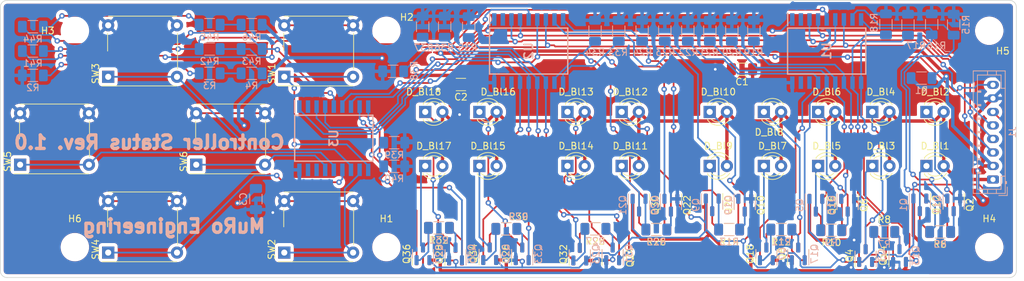
<source format=kicad_pcb>
(kicad_pcb (version 20211014) (generator pcbnew)
  (layers (0 "F.Cu" signal) (31 "B.Cu" signal) (34 "B.Paste" user) (35 "F.Paste" user) (36 "B.SilkS" user "B.Silkscreen") (37 "F.SilkS" user "F.Silkscreen") (38 "B.Mask" user) (39 "F.Mask" user) (44 "Edge.Cuts" user))
  (net 0 "")
  (net 1 "/VDD3V3")
  (net 2 "GND")
  (net 3 "/VDD9V0")
  (net 4 "/SCL")
  (net 5 "/SDA")
  (net 6 "/INT")
  (net 7 "/Vref_blue")
  (net 8 "Net-(Q1-Pad2)")
  (net 9 "Net-(Q2-Pad2)")
  (net 10 "Net-(Q3-Pad2)")
  (net 11 "Net-(Q4-Pad2)")
  (net 12 "Net-(Q5-Pad2)")
  (net 13 "Net-(Q6-Pad2)")
  (net 14 "Net-(Q7-Pad2)")
  (net 15 "Net-(Q8-Pad2)")
  (net 16 "Net-(Q9-Pad2)")
  (net 17 "Net-(Q10-Pad2)")
  (net 18 "/L1")
  (net 19 "Net-(Q11-Pad3)")
  (net 20 "/L2")
  (net 21 "Net-(Q12-Pad3)")
  (net 22 "/L3")
  (net 23 "Net-(Q13-Pad3)")
  (net 24 "/L4")
  (net 25 "Net-(Q14-Pad3)")
  (net 26 "/L5")
  (net 27 "Net-(Q15-Pad3)")
  (net 28 "/L6")
  (net 29 "Net-(Q16-Pad3)")
  (net 30 "/L7")
  (net 31 "Net-(Q17-Pad3)")
  (net 32 "/L8")
  (net 33 "Net-(Q18-Pad3)")
  (net 34 "/L9")
  (net 35 "Net-(Q19-Pad3)")
  (net 36 "/L10")
  (net 37 "Net-(Q20-Pad3)")
  (net 38 "Net-(Q21-Pad2)")
  (net 39 "Net-(Q22-Pad2)")
  (net 40 "Net-(Q23-Pad2)")
  (net 41 "Net-(Q24-Pad2)")
  (net 42 "Net-(Q25-Pad2)")
  (net 43 "Net-(Q26-Pad2)")
  (net 44 "Net-(Q27-Pad2)")
  (net 45 "Net-(Q28-Pad2)")
  (net 46 "/Out1")
  (net 47 "Net-(Q29-Pad3)")
  (net 48 "/Out2")
  (net 49 "Net-(Q30-Pad3)")
  (net 50 "/Out2_phi")
  (net 51 "Net-(Q31-Pad3)")
  (net 52 "/Tuner")
  (net 53 "Net-(Q32-Pad3)")
  (net 54 "/Ctrl1")
  (net 55 "Net-(Q33-Pad3)")
  (net 56 "/Ctrl2")
  (net 57 "Net-(Q34-Pad3)")
  (net 58 "/Ctrl3")
  (net 59 "Net-(Q35-Pad3)")
  (net 60 "/Ctrl4")
  (net 61 "Net-(Q36-Pad3)")
  (net 62 "Net-(R2-Pad2)")
  (net 63 "Net-(R3-Pad2)")
  (net 64 "Net-(R4-Pad2)")
  (net 65 "/Enter")
  (net 66 "/Return")
  (net 67 "/Up")
  (net 68 "/Down")
  (net 69 "/Left")
  (net 70 "/Right")
  (net 71 "Net-(D_Bl1-Pad1)")
  (net 72 "Net-(D_Bl2-Pad1)")
  (net 73 "Net-(D_Bl3-Pad1)")
  (net 74 "Net-(D_Bl4-Pad1)")
  (net 75 "Net-(D_Bl5-Pad1)")
  (net 76 "Net-(D_Bl6-Pad1)")
  (net 77 "Net-(D_Bl7-Pad1)")
  (net 78 "Net-(D_Bl8-Pad1)")
  (net 79 "Net-(D_Bl9-Pad1)")
  (net 80 "Net-(D_Bl10-Pad1)")
  (net 81 "Net-(D_Bl11-Pad1)")
  (net 82 "Net-(D_Bl12-Pad1)")
  (net 83 "Net-(D_Bl13-Pad1)")
  (net 84 "Net-(D_Bl14-Pad1)")
  (net 85 "Net-(D_Bl15-Pad1)")
  (net 86 "Net-(D_Bl16-Pad1)")
  (net 87 "Net-(D_Bl17-Pad1)")
  (net 88 "Net-(D_Bl18-Pad1)")
  (net 89 "Net-(J1-Pad8)")
  (net 90 "Net-(R41-Pad2)")
  (net 100 "Net-(R42-Pad2)")
  (net 101 "Net-(R43-Pad2)")
  (net 102 "Net-(R44-Pad2)")
  (net 103 "Net-(R45-Pad2)")
  (footprint "Package_TO_SOT_SMD:SOT-23" (layer "F.Cu") (at 204.4 90.3 -90)
    (fp_text reference "Q16")
    (fp_text value "2N7002")
  )
  (footprint "Package_TO_SOT_SMD:SOT-23" (layer "F.Cu") (at 201.8 97.5 90)
    (fp_text reference "Q8")
    (fp_text value "BC847")
  )
  (footprint "Button_Switch_THT:SW_MEC_5GTH9" (layer "F.Cu") (at 125.92 97.31 90)
    (fp_text reference "SW2")
    (fp_text value "SW_MEC_5E")
  )
  (footprint "Button_Switch_THT:SW_MEC_5GTH9" (layer "F.Cu") (at 86.92 84.31 90)
    (fp_text reference "SW5")
    (fp_text value "SW_MEC_5E")
  )
  (footprint "Package_TO_SOT_SMD:SOT-23" (layer "F.Cu") (at 174.4 97.5 90)
    (fp_text reference "Q24")
    (fp_text value "BC847")
  )
  (footprint "Package_TO_SOT_SMD:SOT-23" (layer "F.Cu") (at 169.55 97.55 90)
    (fp_text reference "Q32")
    (fp_text value "2N7002")
  )
  (footprint "MountingHole:MountingHole_3.2mm_M3" (layer "F.Cu") (at 141 96.5)
    (fp_text reference "H1")
    (fp_text value "MountingHole")
  )
  (footprint "KiCad_Libs:LED_D3.0mm" (layer "F.Cu") (at 177 84.5)
    (fp_text reference "D_Bl11")
    (fp_text value "LED")
  )
  (footprint "KiCad_Libs:LED_D3.0mm" (layer "F.Cu") (at 206 84.5)
    (fp_text reference "D_Bl5")
    (fp_text value "LED")
  )
  (footprint "KiCad_Libs:LED_D3.0mm" (layer "F.Cu") (at 214 84.5)
    (fp_text reference "D_Bl3")
    (fp_text value "LED")
  )
  (footprint "KiCad_Libs:LED_D3.0mm" (layer "F.Cu") (at 214 76.5)
    (fp_text reference "D_Bl4")
    (fp_text value "LED")
  )
  (footprint "Button_Switch_THT:SW_MEC_5GTH9" (layer "F.Cu") (at 99.92 71.31 90)
    (fp_text reference "SW3")
    (fp_text value "SW_MEC_5E")
  )
  (footprint "Resistor_SMD:R_1206_3216Metric_Pad1.30x1.75mm_HandSolder" (layer "F.Cu") (at 158.7 93.8 180)
    (fp_text reference "R30")
    (fp_text value "330")
  )
  (footprint "Button_Switch_THT:SW_MEC_5GTH9" (layer "F.Cu") (at 99.92 97.31 90)
    (fp_text reference "SW4")
    (fp_text value "SW_MEC_5E")
  )
  (footprint "KiCad_Libs:LED_D3.0mm" (layer "F.Cu") (at 169 76.5)
    (fp_text reference "D_Bl13")
    (fp_text value "LED")
  )
  (footprint "KiCad_Libs:LED_D3.0mm" (layer "F.Cu") (at 190 76.5)
    (fp_text reference "D_Bl10")
    (fp_text value "LED")
  )
  (footprint "Package_TO_SOT_SMD:SOT-23" (layer "F.Cu") (at 151.2 97.55 90)
    (fp_text reference "Q28")
    (fp_text value "BC847")
  )
  (footprint "KiCad_Libs:LED_D3.0mm" (layer "F.Cu") (at 190 84.5)
    (fp_text reference "D_Bl9")
    (fp_text value "LED")
  )
  (footprint "Resistor_SMD:R_1206_3216Metric_Pad1.30x1.75mm_HandSolder" (layer "F.Cu") (at 171.85 93.8 180)
    (fp_text reference "R28")
    (fp_text value "330")
  )
  (footprint "Resistor_SMD:R_1206_3216Metric_Pad1.30x1.75mm_HandSolder" (layer "F.Cu") (at 199.3 93.9 180)
    (fp_text reference "R12")
    (fp_text value "330")
  )
  (footprint "Package_TO_SOT_SMD:SOT-23" (layer "F.Cu") (at 161.05 97.4875 90)
    (fp_text reference "Q26")
    (fp_text value "BC847")
  )
  (footprint "MountingHole:MountingHole_3.2mm_M3" (layer "F.Cu") (at 95 64.5)
    (fp_text reference "H3")
    (fp_text value "MountingHole")
  )
  (footprint "KiCad_Libs:LED_D3.0mm" (layer "F.Cu") (at 222 84.5)
    (fp_text reference "D_Bl1")
    (fp_text value "LED")
  )
  (footprint "Button_Switch_THT:SW_MEC_5GTH9" (layer "F.Cu") (at 125.92 71.31 90)
    (fp_text reference "SW1")
    (fp_text value "SW_MEC_5E")
  )
  (footprint "Resistor_SMD:R_1206_3216Metric_Pad1.30x1.75mm_HandSolder" (layer "F.Cu") (at 148.75 93.65 180)
    (fp_text reference "R32")
    (fp_text value "330")
  )
  (footprint "KiCad_Libs:LED_D3.0mm" (layer "F.Cu") (at 148 84.5)
    (fp_text reference "D_Bl17")
    (fp_text value "LED")
  )
  (footprint "Package_TO_SOT_SMD:SOT-23" (layer "F.Cu") (at 193.9 90.3 -90)
    (fp_text reference "Q10")
    (fp_text value "BC847")
  )
  (footprint "Package_TO_SOT_SMD:SOT-23" (layer "F.Cu") (at 183 90.3 -90)
    (fp_text reference "Q22")
    (fp_text value "BC847")
  )
  (footprint "MountingHole:MountingHole_3.2mm_M3" (layer "F.Cu") (at 95 96.5)
    (fp_text reference "H6")
    (fp_text value "MountingHole")
  )
  (footprint "Package_TO_SOT_SMD:SOT-23" (layer "F.Cu") (at 156.25 97.4625 90)
    (fp_text reference "Q34")
    (fp_text value "2N7002")
  )
  (footprint "KiCad_Libs:LED_D3.0mm" (layer "F.Cu") (at 169 84.5)
    (fp_text reference "D_Bl14")
    (fp_text value "LED")
  )
  (footprint "KiCad_Libs:LED_D3.0mm" (layer "F.Cu") (at 156 76.5)
    (fp_text reference "D_Bl16")
    (fp_text value "LED")
  )
  (footprint "MountingHole:MountingHole_3.2mm_M3" (layer "F.Cu") (at 230 96.5)
    (fp_text reference "H4")
    (fp_text value "MountingHole")
  )
  (footprint "KiCad_Libs:LED_D3.0mm" (layer "F.Cu") (at 156 84.5)
    (fp_text reference "D_Bl15")
    (fp_text value "LED")
  )
  (footprint "Button_Switch_THT:SW_MEC_5GTH9" (layer "F.Cu") (at 112.92 84.31 90)
    (fp_text reference "SW6")
    (fp_text value "SW_MEC_5E")
  )
  (footprint "Resistor_SMD:R_1206_3216Metric_Pad1.30x1.75mm_HandSolder" (layer "F.Cu") (at 222.75 94.25 180)
    (fp_text reference "R6")
    (fp_text value "330")
  )
  (footprint "KiCad_Libs:LED_D3.0mm" (layer "F.Cu") (at 222 76.5)
    (fp_text reference "D_Bl2")
    (fp_text value "LED")
  )
  (footprint "Capacitor_SMD:C_1206_3216Metric_Pad1.33x1.80mm_HandSolder" (layer "F.Cu") (at 193.5 70.2 180)
    (fp_text reference "C1")
    (fp_text value "100n")
  )
  (footprint "Package_TO_SOT_SMD:SOT-23" (layer "F.Cu") (at 178.3 90.2875 -90)
    (fp_text reference "Q30")
    (fp_text value "2N7002")
  )
  (footprint "Package_TO_SOT_SMD:SOT-23" (layer "F.Cu") (at 189.1 90.25 -90)
    (fp_text reference "Q20")
    (fp_text value "2N7002")
  )
  (footprint "KiCad_Libs:LED_D3.0mm" (layer "F.Cu") (at 198 84.5)
    (fp_text reference "D_Bl7")
    (fp_text value "LED")
  )
  (footprint "Package_TO_SOT_SMD:SOT-23" (layer "F.Cu") (at 224.75 90.25 -90)
    (fp_text reference "Q2")
    (fp_text value "BC847")
  )
  (footprint "MountingHole:MountingHole_3.2mm_M3" (layer "F.Cu") (at 230 64.5)
    (fp_text reference "H5")
    (fp_text value "MountingHole")
  )
  (footprint "Package_TO_SOT_SMD:SOT-23" (layer "F.Cu") (at 197.1 97.5 90)
    (fp_text reference "Q18")
    (fp_text value "2N7002")
  )
  (footprint "Package_TO_SOT_SMD:SOT-23" (layer "F.Cu") (at 211.75 97.75 90)
    (fp_text reference "Q4")
    (fp_text value "BC847")
  )
  (footprint "KiCad_Libs:LED_D3.0mm" (layer "F.Cu") (at 177 76.5)
    (fp_text reference "D_Bl12")
    (fp_text value "LED")
  )
  (footprint "Package_TO_SOT_SMD:SOT-23" (layer "F.Cu") (at 216.75 97.75 90)
    (fp_text reference "Q14")
    (fp_text value "2N7002")
  )
  (footprint "Resistor_SMD:R_1206_3216Metric_Pad1.30x1.75mm_HandSolder" (layer "F.Cu") (at 180.85 93.9 180)
    (fp_text reference "R26")
    (fp_text value "330")
  )
  (footprint "Package_TO_SOT_SMD:SOT-23" (layer "F.Cu") (at 209.1 90.3 -90)
    (fp_text reference "Q6")
    (fp_text value "BC847")
  )
  (footprint "KiCad_Libs:LED_D3.0mm" (layer "F.Cu") (at 148 76.5)
    (fp_text reference "D_Bl18")
    (fp_text value "LED")
  )
  (footprint "Capacitor_SMD:C_1206_3216Metric_Pad1.33x1.80mm_HandSolder" (layer "F.Cu") (at 152 72.45 180)
    (fp_text reference "C2")
    (fp_text value "100n")
  )
  (footprint "KiCad_Libs:LED_D3.0mm" (layer "F.Cu") (at 198 76.5)
    (fp_text reference "D_Bl8")
    (fp_text value "LED")
  )
  (footprint "KiCad_Libs:LED_D3.0mm" (layer "F.Cu") (at 206 76.5)
    (fp_text reference "D_Bl6")
    (fp_text value "LED")
  )
  (footprint "Package_TO_SOT_SMD:SOT-23" (layer "F.Cu") (at 146.4 97.5 90)
    (fp_text reference "Q36")
    (fp_text value "2N7002")
  )
  (footprint "MountingHole:MountingHole_3.2mm_M3" (layer "F.Cu") (at 141 64.5)
    (fp_text reference "H2")
    (fp_text value "MountingHole")
  )
  (footprint "Resistor_SMD:R_1206_3216Metric_Pad1.30x1.75mm_HandSolder" (layer "F.Cu") (at 191.6 93.9 180)
    (fp_text reference "R14")
    (fp_text value "330")
  )
  (footprint "Package_TO_SOT_SMD:SOT-23" (layer "F.Cu") (at 219.75 90.25 -90)
    (fp_text reference "Q12")
    (fp_text value "2N7002")
  )
  (footprint "Resistor_SMD:R_1206_3216Metric_Pad1.30x1.75mm_HandSolder" (layer "F.Cu") (at 206.7 94 180)
    (fp_text reference "R10")
    (fp_text value "330")
  )
  (footprint "Resistor_SMD:R_1206_3216Metric_Pad1.30x1.75mm_HandSolder" (layer "F.Cu") (at 214.5 94.25)
    (fp_text reference "R8")
    (fp_text value "330")
  )
  (footprint "Resistor_SMD:R_1206_3216Metric_Pad1.30x1.75mm_HandSolder" (layer "B.Cu") (at 175.3 64.5 90)
    (fp_text reference "R33")
    (fp_text value "100k")
  )
  (footprint "SamcSys:SOIC127P1030X265-18N" (layer "B.Cu") (at 206 67.5 -90)
    (fp_text reference "U1")
    (fp_text value "MCP23009-E_SO" hide)
  )
  (footprint "Connector_JST:JST_PH_B8B-PH-K_1x08_P2.00mm_Vertical" (layer "B.Cu") (at 230.55 86.5 90)
    (fp_text reference "J1")
    (fp_text value "Conn_01x08")
  )
  (footprint "Resistor_SMD:R_1206_3216Metric_Pad1.30x1.75mm_HandSolder" (layer "B.Cu") (at 178.75 64.5 90)
    (fp_text reference "R24")
    (fp_text value "100k")
  )
  (footprint "Package_TO_SOT_SMD:SOT-23" (layer "B.Cu") (at 146.4 97.4875 90)
    (fp_text reference "Q27")
    (fp_text value "BC847")
  )
  (footprint "Capacitor_SMD:C_1206_3216Metric_Pad1.33x1.80mm_HandSolder" (layer "B.Cu") (at 121.73 89.39 -90)
    (fp_text reference "C3")
    (fp_text value "100n")
  )
  (footprint "Package_TO_SOT_SMD:SOT-23" (layer "B.Cu") (at 189.1 90.2625 -90)
    (fp_text reference "Q9")
    (fp_text value "BC847")
  )
  (footprint "Resistor_SMD:R_1206_3216Metric_Pad1.30x1.75mm_HandSolder" (layer "B.Cu") (at 222.75 94.25)
    (fp_text reference "R5")
    (fp_text value "330")
  )
  (footprint "Resistor_SMD:R_1206_3216Metric_Pad1.30x1.75mm_HandSolder" (layer "B.Cu") (at 188.75 64.5 90)
    (fp_text reference "R21")
    (fp_text value "100k")
  )
  (footprint "Package_TO_SOT_SMD:SOT-23" (layer "B.Cu") (at 216.75 97.75 90)
    (fp_text reference "Q13")
    (fp_text value "2N7002")
  )
  (footprint "Package_TO_SOT_SMD:SOT-23" (layer "B.Cu") (at 169.55 97.5375 90)
    (fp_text reference "Q23")
    (fp_text value "BC847")
  )
  (footprint "Resistor_SMD:R_1206_3216Metric_Pad1.30x1.75mm_HandSolder" (layer "B.Cu") (at 185.5 64.5 90)
    (fp_text reference "R22")
    (fp_text value "100k")
  )
  (footprint "Resistor_SMD:R_1206_3216Metric_Pad1.30x1.75mm_HandSolder" (layer "B.Cu") (at 146.35 63.9 90)
    (fp_text reference "R37")
    (fp_text value "100k")
  )
  (footprint "Resistor_SMD:R_1206_3216Metric_Pad1.30x1.75mm_HandSolder" (layer "B.Cu") (at 171.85 93.8)
    (fp_text reference "R27")
    (fp_text value "330")
  )
  (footprint "Resistor_SMD:R_1206_3216Metric_Pad1.30x1.75mm_HandSolder" (layer "B.Cu") (at 114.9 67.2)
    (fp_text reference "R42")
    (fp_text value "20k")
  )
  (footprint "Resistor_SMD:R_1206_3216Metric_Pad1.30x1.75mm_HandSolder" (layer "B.Cu") (at 195.25 64.5 90)
    (fp_text reference "R19")
    (fp_text value "100k")
  )
  (footprint "Package_TO_SOT_SMD:SOT-23" (layer "B.Cu") (at 183 90.3 -90)
    (fp_text reference "Q29")
    (fp_text value "2N7002")
  )
  (footprint "Resistor_SMD:R_1206_3216Metric_Pad1.30x1.75mm_HandSolder" (layer "B.Cu") (at 142 70.5 180)
    (fp_text reference "R38")
    (fp_text value "100k")
  )
  (footprint "Package_TO_SOT_SMD:SOT-23" (layer "B.Cu") (at 209.1 90.3 -90)
    (fp_text reference "Q15")
    (fp_text value "2N7002")
  )
  (footprint "Resistor_SMD:R_1206_3216Metric_Pad1.30x1.75mm_HandSolder" (layer "B.Cu") (at 142.15 84.55)
    (fp_text reference "R40")
    (fp_text value "100k")
  )
  (footprint "Package_TO_SOT_SMD:SOT-23" (layer "B.Cu") (at 204.4 90.3 -90)
    (fp_text reference "Q5")
    (fp_text value "BC847")
  )
  (footprint "Resistor_SMD:R_1206_3216Metric_Pad1.30x1.75mm_HandSolder" (layer "B.Cu") (at 171.8 64.5 90)
    (fp_text reference "R34")
    (fp_text value "100k")
  )
  (footprint "Resistor_SMD:R_1206_3216Metric_Pad1.30x1.75mm_HandSolder" (layer "B.Cu") (at 191.6 93.9)
    (fp_text reference "R13")
    (fp_text value "330")
  )
  (footprint "Resistor_SMD:R_1206_3216Metric_Pad1.30x1.75mm_HandSolder" (layer "B.Cu") (at 121.1 70.8)
    (fp_text reference "R4")
    (fp_text value "20k")
  )
  (footprint "Package_TO_SOT_SMD:SOT-23" (layer "B.Cu") (at 197.1 97.5 90)
    (fp_text reference "Q7")
    (fp_text value "BC847")
  )
  (footprint "Resistor_SMD:R_1206_3216Metric_Pad1.30x1.75mm_HandSolder" (layer "B.Cu") (at 148.75 93.65)
    (fp_text reference "R31")
    (fp_text value "330")
  )
  (footprint "Resistor_SMD:R_1206_3216Metric_Pad1.30x1.75mm_HandSolder" (layer "B.Cu") (at 142.15 81.05)
    (fp_text reference "R39")
    (fp_text value "100k")
  )
  (footprint "Resistor_SMD:R_1206_3216Metric_Pad1.30x1.75mm_HandSolder" (layer "B.Cu") (at 224.75 63.6 90)
    (fp_text reference "R15")
    (fp_text value "100k")
  )
  (footprint "Package_TO_SOT_SMD:SOT-23" (layer "B.Cu") (at 193.9 90.3 -90)
    (fp_text reference "Q19")
    (fp_text value "2N7002")
  )
  (footprint "Resistor_SMD:R_1206_3216Metric_Pad1.30x1.75mm_HandSolder" (layer "B.Cu") (at 153.15 63.95 90)
    (fp_text reference "R35")
    (fp_text value "100k")
  )
  (footprint "Resistor_SMD:R_1206_3216Metric_Pad1.30x1.75mm_HandSolder" (layer "B.Cu") (at 220 71.5)
    (fp_text reference "R1")
    (fp_text value "100k")
  )
  (footprint "Resistor_SMD:R_1206_3216Metric_Pad1.30x1.75mm_HandSolder" (layer "B.Cu") (at 88.8 71.1)
    (fp_text reference "R2")
    (fp_text value "10k")
  )
  (footprint "Resistor_SMD:R_1206_3216Metric_Pad1.30x1.75mm_HandSolder" (layer "B.Cu") (at 192 64.5 90)
    (fp_text reference "R20")
    (fp_text value "100k")
  )
  (footprint "Resistor_SMD:R_1206_3216Metric_Pad1.30x1.75mm_HandSolder" (layer "B.Cu") (at 214.75 63.55 90)
    (fp_text reference "R18")
    (fp_text value "100k")
  )
  (footprint "Package_TO_SOT_SMD:SOT-23" (layer "B.Cu") (at 156.25 97.4875 90)
    (fp_text reference "Q25")
    (fp_text value "BC847")
  )
  (footprint "Package_TO_SOT_SMD:SOT-23" (layer "B.Cu") (at 219.75 90.25 -90)
    (fp_text reference "Q1")
    (fp_text value "BC847")
  )
  (footprint "Resistor_SMD:R_1206_3216Metric_Pad1.30x1.75mm_HandSolder" (layer "B.Cu") (at 88.8 63.9)
    (fp_text reference "R44")
    (fp_text value "20k")
  )
  (footprint "Resistor_SMD:R_1206_3216Metric_Pad1.30x1.75mm_HandSolder" (layer "B.Cu") (at 218 63.6 90)
    (fp_text reference "R17")
    (fp_text value "100k")
  )
  (footprint "Package_TO_SOT_SMD:SOT-23" (layer "B.Cu") (at 174.4 97.5 90)
    (fp_text reference "Q31")
    (fp_text value "2N7002")
  )
  (footprint "Resistor_SMD:R_1206_3216Metric_Pad1.30x1.75mm_HandSolder" (layer "B.Cu") (at 114.9 70.8)
    (fp_text reference "R3")
    (fp_text value "20k")
  )
  (footprint "SamcSys:SOIC127P1030X265-18N" (layer "B.Cu") (at 133.23 80.39 -90)
    (fp_text reference "U3")
    (fp_text value "MCP23009-E_SO" hide)
  )
  (footprint "Package_TO_SOT_SMD:SOT-23" (layer "B.Cu") (at 201.8 97.5 90)
    (fp_text reference "Q17")
    (fp_text value "2N7002")
  )
  (footprint "Resistor_SMD:R_1206_3216Metric_Pad1.30x1.75mm_HandSolder" (layer "B.Cu") (at 158.7 93.8)
    (fp_text reference "R29")
    (fp_text value "330")
  )
  (footprint "Resistor_SMD:R_1206_3216Metric_Pad1.30x1.75mm_HandSolder" (layer "B.Cu") (at 182.1 64.5 90)
    (fp_text reference "R23")
    (fp_text value "100k")
  )
  (footprint "Resistor_SMD:R_1206_3216Metric_Pad1.30x1.75mm_HandSolder" (layer "B.Cu") (at 149.6 63.9 90)
    (fp_text reference "R36")
    (fp_text value "100k")
  )
  (footprint "Resistor_SMD:R_1206_3216Metric_Pad1.30x1.75mm_HandSolder" (layer "B.Cu") (at 214.5 94.25)
    (fp_text reference "R7")
    (fp_text value "330")
  )
  (footprint "Resistor_SMD:R_1206_3216Metric_Pad1.30x1.75mm_HandSolder" (layer "B.Cu") (at 114.9 63.6)
    (fp_text reference "R45")
    (fp_text value "20k")
  )
  (footprint "Resistor_SMD:R_1206_3216Metric_Pad1.30x1.75mm_HandSolder" (layer "B.Cu") (at 121.1 67.2)
    (fp_text reference "R43")
    (fp_text value "20k")
  )
  (footprint "Package_TO_SOT_SMD:SOT-23" (layer "B.Cu") (at 211.75 97.75 90)
    (fp_text reference "Q3")
    (fp_text value "BC847")
  )
  (footprint "Package_TO_SOT_SMD:SOT-23" (layer "B.Cu") (at 178.3 90.3 -90)
    (fp_text reference "Q21")
    (fp_text value "BC847")
  )
  (footprint "Package_TO_SOT_SMD:SOT-23" (layer "B.Cu") (at 224.75 90.25 -90)
    (fp_text reference "Q11")
    (fp_text value "2N7002")
  )
  (footprint "Package_TO_SOT_SMD:SOT-23" (layer "B.Cu") (at 151.2 97.5 90)
    (fp_text reference "Q35")
    (fp_text value "2N7002")
  )
  (footprint "SamcSys:SOIC127P1030X265-18N" (layer "B.Cu") (at 162 67.5 -90)
    (fp_text reference "U2")
    (fp_text value "MCP23009-E_SO" hide)
  )
  (footprint "Resistor_SMD:R_1206_3216Metric_Pad1.30x1.75mm_HandSolder" (layer "B.Cu") (at 88.8 67.5)
    (fp_text reference "R41")
    (fp_text value "20k")
  )
  (footprint "Resistor_SMD:R_1206_3216Metric_Pad1.30x1.75mm_HandSolder" (layer "B.Cu") (at 180.85 93.9)
    (fp_text reference "R25")
    (fp_text value "330")
  )
  (footprint "Resistor_SMD:R_1206_3216Metric_Pad1.30x1.75mm_HandSolder" (layer "B.Cu") (at 221.5 63.55 90)
    (fp_text reference "R16")
    (fp_text value "100k")
  )
  (footprint "Resistor_SMD:R_1206_3216Metric_Pad1.30x1.75mm_HandSolder" (layer "B.Cu") (at 199.3 93.9)
    (fp_text reference "R11")
    (fp_text value "330")
  )
  (footprint "Package_TO_SOT_SMD:SOT-23" (layer "B.Cu") (at 161.05 97.5 90)
    (fp_text reference "Q33")
    (fp_text value "2N7002")
  )
  (footprint "Resistor_SMD:R_1206_3216Metric_Pad1.30x1.75mm_HandSolder" (layer "B.Cu") (at 206.65 94)
    (fp_text reference "R9")
    (fp_text value "330")
  )
  (footprint "Resistor_SMD:R_1206_3216Metric_Pad1.30x1.75mm_HandSolder" (layer "B.Cu") (at 121.1 63.6)
    (fp_text reference "R46")
    (fp_text value "10k")
  )
  (gr_line (start 233 101) (end 85 101) (layer "Edge.Cuts") (width 0.1))
  (gr_arc (start 234 100) (mid 233.707107 100.707107) (end 233 101) (layer "Edge.Cuts") (width 0.1))
  (gr_arc (start 85 101) (mid 84.292893 100.707107) (end 84 100) (layer "Edge.Cuts") (width 0.1))
  (gr_line (start 84 100) (end 84 61) (layer "Edge.Cuts") (width 0.1))
  (gr_arc (start 233 60) (mid 233.707107 60.292893) (end 234 61) (layer "Edge.Cuts") (width 0.1))
  (gr_arc (start 84 61) (mid 84.292893 60.292893) (end 85 60) (layer "Edge.Cuts") (width 0.1))
  (gr_line (start 234 61) (end 234 100) (layer "Edge.Cuts") (width 0.1))
  (gr_line (start 85 60) (end 233 60) (layer "Edge.Cuts") (width 0.1))
  (gr_text "MuRo Engineering" (at 109.6 93.4) (layer "B.SilkS") (effects (font (size 2 2) (thickness 0.5)) (justify mirror)))
  (gr_text "Controller Status Rev. 1.0" (at 106 81) (layer "B.SilkS") (effects (font (size 2 2) (thickness 0.5)) (justify mirror)))
  (segment (start 223.500574 67.75) (end 220.250574 64.5) (width 0.25) (layer "F.Cu") (net 1))
  (segment (start 199.25 67.75) (end 199.5 67.5) (width 0.5) (layer "F.Cu") (net 1))
  (segment (start 140.35 68.55) (end 142.9 71.1) (width 0.5) (layer "F.Cu") (net 1))
  (segment (start 153.5625 71.3875) (end 154.5 70.45) (width 0.5) (layer "F.Cu") (net 1))
  (segment (start 154.975386 64.5) (end 156 64.5) (width 0.25) (layer "F.Cu") (net 1))
  (segment (start 226.274598 67.75) (end 223.500574 67.75) (width 0.25) (layer "F.Cu") (net 1))
  (segment (start 120 89) (end 119 90) (width 0.5) (layer "F.Cu") (net 1))
  (segment (start 199.25 70.5) (end 199.25 67.75) (width 0.5) (layer "F.Cu") (net 1))
  (segment (start 230.55 84.5) (end 229 84.5) (width 0.5) (layer "F.Cu") (net 1))
  (segment (start 149 67.8245) (end 151.650886 67.8245) (width 0.25) (layer "F.Cu") (net 1))
  (segment (start 154 71.1) (end 157.6 67.5) (width 0.5) (layer "F.Cu") (net 1))
  (segment (start 156 64.5) (end 198 64.5) (width 0.25) (layer "F.Cu") (net 1))
  (segment (start 197.95 70.5) (end 199.25 70.5) (width 0.5) (layer "F.Cu") (net 1))
  (segment (start 220.250574 64.5) (end 198 64.5) (width 0.25) (layer "F.Cu") (net 1))
  (segment (start 195.0625 70.2) (end 197.65 70.2) (width 0.5) (layer "F.Cu") (net 1))
  (segment (start 223.662299 71.162299) (end 220 67.5) (width 0.5) (layer "F.Cu") (net 1))
  (segment (start 197.65 70.2) (end 197.95 70.5) (width 0.5) (layer "F.Cu") (net 1))
  (segment (start 120 78.5) (end 120 89) (width 0.5) (layer "F.Cu") (net 1))
  (segment (start 151.650886 67.8245) (end 154.975386 64.5) (width 0.25) (layer "F.Cu") (net 1))
  (segment (start 229.012299 70.487701) (end 226.274598 67.75) (width 0.25) (layer "F.Cu") (net 1))
  (segment (start 157.6 67.5) (end 199.5 67.5) (width 0.5) (layer "F.Cu") (net 1))
  (segment (start 229 84.5) (end 228.3 85.2) (width 0.5) (layer "F.Cu") (net 1))
  (segment (start 197.65 70.5) (end 197.95 70.5) (width 0.5) (layer "F.Cu") (net 1))
  (segment (start 154.65 70.45) (end 157.6 67.5) (width 0.5) (layer "F.Cu") (net 1))
  (segment (start 223.662299 71.237701) (end 223.662299 71.162299) (width 0.5) (layer "F.Cu") (net 1))
  (segment (start 142.9 71.1) (end 154 71.1) (width 0.5) (layer "F.Cu") (net 1))
  (segment (start 154.5 70.45) (end 154.65 70.45) (width 0.5) (layer "F.Cu") (net 1))
  (segment (start 220 67.5) (end 199.5 67.5) (width 0.5) (layer "F.Cu") (net 1))
  (segment (start 153.5625 72.45) (end 153.5625 71.3875) (width 0.5) (layer "F.Cu") (net 1))
  (via (at 156 64.5) (size 0.8) (drill 0.4) (layers "F.Cu" "B.Cu") (net 1))
  (via (at 229.1 89.6) (size 0.8) (drill 0.4) (layers "F.Cu" "B.Cu") (net 1))
  (via (at 223.662299 71.237701) (size 0.8) (drill 0.4) (layers "F.Cu" "B.Cu") (net 1))
  (via (at 140.35 68.55) (size 0.8) (drill 0.4) (layers "F.Cu" "B.Cu") (net 1))
  (via (at 198 64.5) (size 0.8) (drill 0.4) (layers "F.Cu" "B.Cu") (net 1))
  (via (at 120 78.5) (size 0.8) (drill 0.4) (layers "F.Cu" "B.Cu") (net 1))
  (via (at 149 67.8245) (size 0.8) (drill 0.4) (layers "F.Cu" "B.Cu") (net 1))
  (via (at 119 90) (size 0.8) (drill 0.4) (layers "F.Cu" "B.Cu") (net 1))
  (via (at 228.3 85.2) (size 0.8) (drill 0.4) (layers "F.Cu" "B.Cu") (net 1))
  (segment (start 122.57548 72.12452) (end 119.18 75.52) (width 0.5) (layer "B.Cu") (net 1))
  (segment (start 123.33975 72.12452) (end 122.57548 72.12452) (width 0.5) (layer "B.Cu") (net 1))
  (segment (start 148.900103 70.149011) (end 148.186707 70.149011) (width 0.25) (layer "B.Cu") (net 1))
  (segment (start 139.446528 79.74952) (end 131.733448 79.74952) (width 0.25) (layer "B.Cu") (net 1))
  (segment (start 143.767379 74.568339) (end 143.767379 75.428669) (width 0.25) (layer "B.Cu") (net 1))
  (segment (start 123.74952 70.95048) (end 123.74952 71.71475) (width 0.5) (layer "B.Cu") (net 1))
  (segment (start 199.27 64.5) (end 200.92 62.85) (width 0.25) (layer "B.Cu") (net 1))
  (segment (start 223.8 75.121502) (end 224.619511 75.941013) (width 0.5) (layer "B.Cu") (net 1))
  (segment (start 119.5575 90) (end 121.73 87.8275) (width 0.5) (layer "B.Cu") (net 1))
  (segment (start 140.35 68.55) (end 140.3 68.5) (width 0.5) (layer "B.Cu") (net 1))
  (segment (start 222.64952 72.41475) (end 222.23975 72.82452) (width 0.5) (layer "B.Cu") (net 1))
  (segment (start 119 90) (end 119.5575 90) (width 0.5) (layer "B.Cu") (net 1))
  (segment (start 228.3 85.2) (end 228.3 88.8) (width 0.5) (layer "B.Cu") (net 1))
  (segment (start 126.2 66.8) (end 126.2 68.5) (width 0.5) (layer "B.Cu") (net 1))
  (segment (start 222.64952 72.25048) (end 222.64952 72.41475) (width 0.5) (layer "B.Cu") (net 1))
  (segment (start 150.05 68.999114) (end 148.900103 70.149011) (width 0.25) (layer "B.Cu") (net 1))
  (segment (start 148.186707 70.149011) (end 143.767379 74.568339) (width 0.25) (layer "B.Cu") (net 1))
  (segment (start 131.733448 79.74952) (end 128.15 76.166072) (width 0.25) (layer "B.Cu") (net 1))
  (segment (start 224.619511 78.569511) (end 230.55 84.5) (width 0.5) (layer "B.Cu") (net 1))
  (segment (start 126.2 68.5) (end 123.74952 70.95048) (width 0.5) (layer "B.Cu") (net 1))
  (segment (start 223.662299 71.237701) (end 222.64952 72.25048) (width 0.5) (layer "B.Cu") (net 1))
  (segment (start 223.8 71.375402) (end 223.8 75.121502) (width 0.5) (layer "B.Cu") (net 1))
  (segment (start 150.05 68.8745) (end 150.05 68.999114) (width 0.25) (layer "B.Cu") (net 1))
  (segment (start 123.74952 71.71475) (end 123.33975 72.12452) (width 0.5) (layer "B.Cu") (net 1))
  (segment (start 198 64.5) (end 199.27 64.5) (width 0.25) (layer "B.Cu") (net 1))
  (segment (start 222.23975 72.82452) (end 219.77452 72.82452) (width 0.5) (layer "B.Cu") (net 1))
  (segment (start 149 67.8245) (end 150.05 68.8745) (width 0.25) (layer "B.Cu") (net 1))
  (segment (start 119.18 75.52) (end 119.18 77.68) (width 0.5) (layer "B.Cu") (net 1))
  (segment (start 228.3 88.8) (end 229.1 89.6) (width 0.5) (layer "B.Cu") (net 1))
  (segment (start 156 64.5) (end 156 63.77) (width 0.25) (layer "B.Cu") (net 1))
  (segment (start 156 63.77) (end 156.92 62.85) (width 0.25) (layer "B.Cu") (net 1))
  (segment (start 224.619511 75.941013) (end 224.619511 78.569511) (width 0.5) (layer "B.Cu") (net 1))
  (segment (start 119.18 77.68) (end 120 78.5) (width 0.5) (layer "B.Cu") (net 1))
  (segment (start 123 63.6) (end 126.2 66.8) (width 0.5) (layer "B.Cu") (net 1))
  (segment (start 223.662299 71.237701) (end 223.8 71.375402) (width 0.5) (layer "B.Cu") (net 1))
  (segment (start 143.767379 75.428669) (end 139.446528 79.74952) (width 0.25) (layer "B.Cu") (net 1))
  (segment (start 219.77452 72.82452) (end 218.45 71.5) (width 0.5) (layer "B.Cu") (net 1))
  (segment (start 140.3 68.5) (end 126.2 68.5) (width 0.5) (layer "B.Cu") (net 1))
  (segment (start 191.9375 70.2) (end 189.55 70.2) (width 0.5) (layer "F.Cu") (net 2))
  (segment (start 112.92 76.69) (end 123.08 76.69) (width 0.25) (layer "F.Cu") (net 2))
  (segment (start 203.45 94.31427) (end 204.58573 95.45) (width 0.5) (layer "F.Cu") (net 2))
  (segment (start 150.4375 72.45) (end 149.25 72.45) (width 0.5) (layer "F.Cu") (net 2))
  (segment (start 188.15 89.3125) (end 188.15 90.8) (width 0.5) (layer "F.Cu") (net 2))
  (segment (start 150.4375 75.5375) (end 150.4375 72.45) (width 0.5) (layer "F.Cu") (net 2))
  (segment (start 194.8 96.2) (end 194.8 100) (width 0.5) (layer "F.Cu") (net 2))
  (segment (start 188.15 94.05) (end 188.7 94.6) (width 0.5) (layer "F.Cu") (net 2))
  (segment (start 177.35 89.35) (end 177.35 94) (width 0.5) (layer "F.Cu") (net 2))
  (segment (start 187.9 90.55) (end 188.15 90.8) (width 0.5) (layer "F.Cu") (net 2))
  (segment (start 198.05 98.4375) (end 199.5375 98.4375) (width 0.5) (layer "F.Cu") (net 2))
  (segment (start 158.7 98.5) (end 158.7 99.95) (width 0.5) (layer "F.Cu") (net 2))
  (segment (start 125.92 63.69) (end 136.08 63.69) (width 0.25) (layer "F.Cu") (net 2))
  (segment (start 149.25 72.45) (end 148.6 73.1) (width 0.5) (layer "F.Cu") (net 2))
  (segment (start 204.58573 95.45) (end 210.05 95.45) (width 0.5) (layer "F.Cu") (net 2))
  (segment (start 99.92 89.69) (end 110.08 89.69) (width 0.25) (layer "F.Cu") (net 2))
  (segment (start 194.1 100) (end 194.8 100) (width 0.5) (layer "F.Cu") (net 2))
  (segment (start 188.7 94.6) (end 194.1 100) (width 0.5) (layer "F.Cu") (net 2))
  (segment (start 227.9 77.15) (end 230.55 74.5) (width 0.5) (layer "F.Cu") (net 2))
  (segment (start 214 100) (end 209.6 100) (width 0.5) (layer "F.Cu") (net 2))
  (segment (start 200 100) (end 199.6 99.6) (width 0.5) (layer "F.Cu") (net 2))
  (segment (start 170.5 98.4875) (end 171.9875 98.4875) (width 0.5) (layer "F.Cu") (net 2))
  (segment (start 214.5 99.5) (end 214 100) (width 0.5) (layer "F.Cu") (net 2))
  (segment (start 157.2 98.4) (end 158.6 98.4) (width 0.5) (layer "F.Cu") (net 2))
  (segment (start 147.35 98.4375) (end 148.9375 98.4375) (width 0.5) (layer "F.Cu") (net 2))
  (segment (start 218.8 89.3125) (end 218.8 94.8) (width 0.5) (layer "F.Cu") (net 2))
  (segment (start 227.9 83.95) (end 227.9 77.15) (width 0.5) (layer "F.Cu") (net 2))
  (segment (start 224.56427 96) (end 227.25 93.31427) (width 0.5) (layer "F.Cu") (net 2))
  (segment (start 220.5 96) (end 224.56427 96) (width 0.5) (layer "F.Cu") (net 2))
  (segment (start 158.7 99.95) (end 158.75 100) (width 0.5) (layer "F.Cu") (net 2))
  (segment (start 136.08 89.69) (end 125.92 89.69) (width 0.25) (layer "F.Cu") (net 2))
  (segment (start 148.9375 98.4375) (end 148.95 98.45) (width 0.5) (layer "F.Cu") (net 2))
  (segment (start 209.6 99.5) (end 209.6 100) (width 0.5) (layer "F.Cu") (net 2))
  (segment (start 203.45 89.3625) (end 203.45 94.31427) (width 0.5) (layer "F.Cu") (net 2))
  (segment (start 148.95 99.9) (end 149.05 100) (width 0.5) (layer "F.Cu") (net 2))
  (segment (start 172.3 100) (end 172.1 100) (width 0.5) (layer "F.Cu") (net 2))
  (segment (start 220.5 99.75) (end 220.5 96) (width 0.5) (layer "F.Cu") (net 2))
  (segment (start 172.1 98.6) (end 172.1 100) (width 0.5) (layer "F.Cu") (net 2))
  (segment (start 217.25 100) (end 220.25 100) (width 0.5) (layer "F.Cu") (net 2))
  (segment (start 200.3 100) (end 194.8 100) (width 0.5) (layer "F.Cu") (net 2))
  (segment (start 217.7 98.6875) (end 217.7 99.55) (width 0.5) (layer "F.Cu") (net 2))
  (segment (start 178.65 95.3) (end 188 95.3) (width 0.5) (layer "F.Cu") (net 2))
  (segment (start 220.25 100) (end 220.5 99.75) (width 0.5) (layer "F.Cu") (net 2))
  (segment (start 209.6 100) (end 200.3 100) (width 0.5) (layer "F.Cu") (net 2))
  (segment (start 172.3 100) (end 159 100) (width 0.5) (layer "F.Cu") (net 2))
  (segment (start 194.1 100) (end 172.3 100) (width 0.5) (layer "F.Cu") (net 2))
  (segment (start 188.15 90.8) (end 188.15 94.05) (width 0.5) (layer "F.Cu") (net 2))
  (segment (start 199.5375 98.4375) (end 199.6 98.5) (width 0.5) (layer "F.Cu") (net 2))
  (segment (start 171.9875 98.4875) (end 172.1 98.6) (width 0.5) (layer "F.Cu") (net 2))
  (segment (start 218.8 94.8) (end 220 96) (width 0.5) (layer "F.Cu") (net 2))
  (segment (start 215 100) (end 217.25 100) (width 0.5) (layer "F.Cu") (net 2))
  (segment (start 217.7 99.55) (end 217.25 100) (width 0.5) (layer "F.Cu") (net 2))
  (segment (start 148.95 98.45) (end 148.95 99.9) (width 0.5) (layer "F.Cu") (net 2))
  (segment (start 220 96) (end 220.5 96) (width 0.5) (layer "F.Cu") (net 2))
  (segment (start 188 95.3) (end 188.7 94.6) (width 0.5) (layer "F.Cu") (net 2))
  (segment (start 124.23 91.38) (end 125.92 89.69) (width 0.25) (layer "F.Cu") (net 2))
  (segment (start 227.25 93.31427) (end 227.25 89.75) (width 0.5) (layer "F.Cu") (net 2))
  (segment (start 214.5 99.5) (end 215 100) (width 0.5) (layer "F.Cu") (net 2))
  (segment (start 124.23 91.39) (end 124.23 91.38) (width 0.25) (layer "F.Cu") (net 2))
  (segment (start 151.8 76.9) (end 150.4375 75.5375) (width 0.5) (layer "F.Cu") (net 2))
  (segment (start 177.35 94) (end 178.65 95.3) (width 0.5) (layer "F.Cu") (net 2))
  (segment (start 159 100) (end 149.05 100) (width 0.5) (layer "F.Cu") (net 2))
  (segment (start 199.6 99.6) (end 199.6 98.5) (width 0.5) (layer "F.Cu") (net 2))
  (segment (start 200.3 100) (end 200 100) (width 0.5) (layer "F.Cu") (net 2))
  (segment (start 186.3 90.55) (end 187.9 90.55) (width 0.5) (layer "F.Cu") (net 2))
  (segment (start 159 100) (end 158.75 100) (width 0.5) (layer "F.Cu") (net 2))
  (segment (start 158.6 98.4) (end 158.7 98.5) (width 0.5) (layer "F.Cu") (net 2))
  (via (at 189.55 70.2) (size 0.8) (drill 0.4) (layers "F.Cu" "B.Cu") (net 2))
  (via (at 199.6 98.5) (size 0.8) (drill 0.4) (layers "F.Cu" "B.Cu") (net 2))
  (via (at 210.05 95.45) (size 0.8) (drill 0.4) (layers "F.Cu" "B.Cu") (net 2))
  (via (at 227.25 89.75) (size 0.8) (drill 0.4) (layers "F.Cu" "B.Cu") (net 2))
  (via (at 214.5 99.5) (size 0.8) (drill 0.4) (layers "F.Cu" "B.Cu") (net 2))
  (via (at 148.6 73.1) (size 0.8) (drill 0.4) (layers "F.Cu" "B.Cu") (net 2))
  (via (at 124.23 91.39) (size 0.8) (drill 0.4) (layers "F.Cu" "B.Cu") (net 2))
  (via (at 209.6 99.5) (size 0.8) (drill 0.4) (layers "F.Cu" "B.Cu") (net 2))
  (via (at 227.9 83.95) (size 0.8) (drill 0.4) (layers "F.Cu" "B.Cu") (net 2))
  (via (at 158.7 98.5) (size 0.8) (drill 0.4) (layers "F.Cu" "B.Cu") (net 2))
  (via (at 186.3 90.55) (size 0.8) (drill 0.4) (layers "F.Cu" "B.Cu") (net 2))
  (via (at 151.8 76.9) (size 0.8) (drill 0.4) (layers "F.Cu" "B.Cu") (net 2))
  (via (at 172.1 98.6) (size 0.8) (drill 0.4) (layers "F.Cu" "B.Cu") (net 2))
  (via (at 194.8 96.2) (size 0.8) (drill 0.4) (layers "F.Cu" "B.Cu") (net 2))
  (via (at 148.95 98.45) (size 0.8) (drill 0.4) (layers "F.Cu" "B.Cu") (net 2))
  (segment (start 228.85 68.95) (end 225 68.95) (width 0.5) (layer "B.Cu") (net 2))
  (segment (start 226.8125 89.3125) (end 227.25 89.75) (width 0.5) (layer "B.Cu") (net 2))
  (segment (start 197.1 61.1) (end 195.25 62.95) (width 0.5) (layer "B.Cu") (net 2))
  (segment (start 226.07452 66.737973) (end 225 67.812493) (width 0.5) (layer "B.Cu") (net 2))
  (segment (start 173.65 61.1) (end 171.8 62.95) (width 0.5) (layer "B.Cu") (net 2))
  (segment (start 150.25 98.4375) (end 148.9625 98.4375) (width 0.5) (layer "B.Cu") (net 2))
  (segment (start 183.95 61.1) (end 182.1 62.95) (width 0.5) (layer "B.Cu") (net 2))
  (segment (start 201 60.4) (end 201.1 60.5) (width 0.5) (layer "B.Cu") (net 2))
  (segment (start 189.55 70.2) (end 190.3 70.2) (width 0.5) (layer "B.Cu") (net 2))
  (segment (start 214.75 62) (end 221.5 62) (width 0.5) (layer "B.Cu") (net 2))
  (segment (start 194.85 74.75) (end 194.85 89.3625) (width 0.5) (layer "B.Cu") (net 2))
  (segment (start 193.85 61.1) (end 191 61.1) (width 0.5) (layer "B.Cu") (net 2))
  (segment (start 214.5 99.5) (end 214.9875 99.5) (width 0.5) (layer "B.Cu") (net 2))
  (segment (start 221.5 62) (end 224.7 62) (width 0.5) (layer "B.Cu") (net 2))
  (segment (start 187.85 61.1) (end 184.2 61.1) (width 0.5) (layer "B.Cu") (net 2))
  (segment (start 148.9625 98.4375) (end 148.95 98.45) (width 0.5) (layer "B.Cu") (net 2))
  (segment (start 123.7925 90.9525) (end 124.23 91.39) (width 0.25) (layer "B.Cu") (net 2))
  (segment (start 137 66.855365) (end 137 64.61) (width 0.5) (layer "B.Cu") (net 2))
  (segment (start 190.3 70.2) (end 194.85 74.75) (width 0.5) (layer "B.Cu") (net 2))
  (segment (start 191 61.1) (end 190.6 61.1) (width 0.5) (layer "B.Cu") (net 2))
  (segment (start 187.85 61.1) (end 187.35 61.1) (width 0.5) (layer "B.Cu") (net 2))
  (segment (start 194.8 96.2) (end 194.85 96.15) (width 0.5) (layer "B.Cu") (net 2))
  (segment (start 151.3 80.8) (end 143.95 80.8) (width 0.5) (layer "B.Cu") (net 2))
  (segment (start 183.95 89.3625) (end 185.1125 89.3625) (width 0.5) (layer "B.Cu") (net 2))
  (segment (start 191 61.1) (end 187.85 61.1) (width 0.5) (layer "B.Cu") (net 2))
  (segment (start 151.8 80.3) (end 151.3 80.8) (width 0.5) (layer "B.Cu") (net 2))
  (segment (start 187.35 61.1) (end 185.5 62.95) (width 0.5) (layer "B.Cu") (net 2))
  (segment (start 197.1 61.1) (end 200.3 61.1) (width 0.5) (layer "B.Cu") (net 2))
  (segment (start 154.75 60.8) (end 173.8 60.8) (width 0.5) (layer "B.Cu") (net 2))
  (segment (start 147.6 61.1) (end 146.35 62.35) (width 0.5) (layer "B.Cu") (net 2))
  (segment (start 231.87452 71.97452) (end 228.85 68.95) (width 0.5) (layer "B.Cu") (net 2))
  (segment (start 151.8 76.9) (end 151.8 80.3) (width 0.5) (layer "B.Cu") (net 2))
  (segment (start 177.15 61.1) (end 175.3 62.95) (width 0.5) (layer "B.Cu") (net 2))
  (segment (start 172.2625 98.4375) (end 172.1 98.6) (width 0.5) (layer "B.Cu") (net 2))
  (segment (start 174.1 61.1) (end 173.65 61.1) (width 0.5) (layer "B.Cu") (net 2))
  (segment (start 173.45 98.4375) (end 172.2625 98.4375) (width 0.5) (layer "B.Cu") (net 2))
  (segment (start 200.85 98.4375) (end 199.6625 98.4375) (width 0.5) (layer "B.Cu") (net 2))
  (segment (start 197.1 61.1) (end 193.85 61.1) (width 0.5) (layer "B.Cu") (net 2))
  (segment (start 185.1125 89.3625) (end 186.3 90.55) (width 0.5) (layer "B.Cu") (net 2))
  (segment (start 199.6625 98.4375) (end 199.6 98.5) (width 0.5) (layer "B.Cu") (net 2))
  (segment (start 184.2 61.1) (end 180.6 61.1) (width 0.5) (layer "B.Cu") (net 2))
  (segment (start 144 67.5) (end 137.644635 67.5) (width 0.5) (layer "B.Cu") (net 2))
  (segment (start 173.8 60.8) (end 174.1 61.1) (width 0.5) (layer "B.Cu") (net 2))
  (segment (start 231.87452 73.17548) (end 231.87452 71.97452) (width 0.5) (layer "B.Cu") (net 2))
  (segment (start 194.85 96.15) (end 194.85 89.3625) (width 0.5) (layer "B.Cu") (net 2))
  (segment (start 148.6 73.1) (end 149.65 73.1) (width 0.5) (layer "B.Cu") (net 2))
  (segment (start 230.55 74.5) (end 231.87452 73.17548) (width 0.5) (layer "B.Cu") (net 2))
  (segment (start 214.9875 99.5) (end 215.8 98.6875) (width 0.5) (layer "B.Cu") (net 2))
  (segment (start 160.1 98.4375) (end 158.7625 98.4375) (width 0.5) (layer "B.Cu") (net 2))
  (segment (start 225 67.812493) (end 225 68.95) (width 0.5) (layer "B.Cu") (net 2))
  (segment (start 121.73 90.9525) (end 123.7925 90.9525) (width 0.25) (layer "B.Cu") (net 2))
  (segment (start 200.3 61.1) (end 201 60.4) (width 0.5) (layer "B.Cu") (net 2))
  (segment (start 154.45 61.1) (end 154.75 60.8) (width 0.5) (layer "B.Cu") (net 2))
  (segment (start 209.5 98.1) (end 209.5 99.4) (width 0.5) (layer "B.Cu") (net 2))
  (segment (start 209.5 99.4) (end 209.6 99.5) (width 0.5) (layer "B.Cu") (net 2))
  (segment (start 201.1 60.5) (end 209.332849 60.5) (width 0.5) (layer "B.Cu") (net 2))
  (segment (start 154.45 61.1) (end 151.25 61.1) (width 0.5) (layer "B.Cu") (net 2))
  (segment (start 190.6 61.1) (end 188.75 62.95) (width 0.5) (layer "B.Cu") (net 2))
  (segment (start 184.2 61.1) (end 183.95 61.1) (width 0.5) (layer "B.Cu") (net 2))
  (segment (start 210.4 97.2) (end 209.5 98.1) (width 0.5) (layer "B.Cu") (net 2))
  (segment (start 226.07452 63.37452) (end 226.07452 66.737973) (width 0.5) (layer "B.Cu") (net 2))
  (segment (start 180.6 61.1) (end 178.75 62.95) (width 0.5) (layer "B.Cu") (net 2))
  (segment (start 214.75 62) (end 217.95 62) (width 0.5) (layer "B.Cu") (net 2))
  (segment (start 210.05 95.75) (end 210.4 96.1) (width 0.5) (layer "B.Cu") (net 2))
  (segment (start 143.7 81.05) (end 143.7 84.55) (width 0.25) (layer "B.Cu") (net 2))
  (segment (start 180.6 61.1) (end 177.15 61.1) (width 0.5) (layer "B.Cu") (net 2))
  (segment (start 151.25 61.1) (end 150.85 61.1) (width 0.5) (layer "B.Cu") (net 2))
  (segment (start 153.15 62.4) (end 154.45 61.1) (width 0.5) (layer "B.Cu") (net 2))
  (segment (start 150.85 61.1) (end 149.6 62.35) (width 0.5) (layer "B.Cu") (net 2))
  (segment (start 193.85 61.1) (end 192 62.95) (width 0.5) (layer "B.Cu") (net 2))
  (segment (start 151.25 61.1) (end 147.6 61.1) (width 0.5) (layer "B.Cu") (net 2))
  (segment (start 210.05 95.45) (end 210.05 95.75) (width 0.5) (layer "B.Cu") (net 2))
  (segment (start 226.8125 89.3125) (end 226.8125 85.0375) (width 0.5) (layer "B.Cu") (net 2))
  (segment (start 226.8125 85.0375) (end 227.9 83.95) (width 0.5) (layer "B.Cu") (net 2))
  (segment (start 147.5 61.1) (end 144 64.6) (width 0.5) (layer "B.Cu") (net 2))
  (segment (start 210.05 89.3625) (end 210.05 95.45) (width 0.5) (layer "B.Cu") (net 2))
  (segment (start 137.644635 67.5) (end 137 66.855365) (width 0.5) (layer "B.Cu") (net 2))
  (segment (start 147.6 61.1) (end 147.5 61.1) (width 0.5) (layer "B.Cu") (net 2))
  (segment (start 209.332849 60.5) (end 209.932849 61.1) (width 0.5) (layer "B.Cu") (net 2))
  (segment (start 177.15 61.1) (end 174.1 61.1) (width 0.5) (layer "B.Cu") (net 2))
  (segment (start 158.7625 98.4375) (end 158.7 98.5) (width 0.5) (layer "B.Cu") (net 2))
  (segment (start 137 64.61) (end 136.08 63.69) (width 0.5) (layer "B.Cu") (net 2))
  (segment (start 225.7 89.3125) (end 226.8125 89.3125) (width 0.5) (layer "B.Cu") (net 2))
  (segment (start 144 64.6) (end 144 67.5) (width 0.5) (layer "B.Cu") (net 2))
  (segment (start 210.4 96.1) (end 210.4 97.2) (width 0.5) (layer "B.Cu") (net 2))
  (segment (start 224.75 62.05) (end 226.07452 63.37452) (width 0.5) (layer "B.Cu") (net 2))
  (segment (start 178.27 76.5) (end 178.27 84.5) (width 0.5) (layer "F.Cu") (net 3))
  (segment (start 170.27 76.5) (end 170.27 84.5) (width 0.5) (layer "F.Cu") (net 3))
  (segment (start 230.55 86.5) (end 225.27 86.5) (width 0.5) (layer "F.Cu") (net 3))
  (segment (start 225.27 86.5) (end 223.27 84.5) (width 0.5) (layer "F.Cu") (net 3))
  (segment (start 179.619511 77.849511) (end 189.920489 77.849511) (width 0.5) (layer "F.Cu") (net 3))
  (segment (start 205.920489 77.849511) (end 207.27 76.5) (width 0.5) (layer "F.Cu") (net 3))
  (segment (start 223.27 84.5) (end 223.27 76.5) (width 0.5) (layer "F.Cu") (net 3))
  (segment (start 199.27 76.5) (end 199.27 84.5) (width 0.5) (layer "F.Cu") (net 3))
  (segment (start 158.619511 77.849511) (end 168.920489 77.849511) (width 0.5) (layer "F.Cu") (net 3))
  (segment (start 216.619511 77.849511) (end 221.920489 77.849511) (width 0.5) (layer "F.Cu") (net 3))
  (segment (start 197.920489 77.849511) (end 199.27 76.5) (width 0.5) (layer "F.Cu") (net 3))
  (segment (start 215.27 76.5) (end 215.27 84.5) (width 0.5) (layer "F.Cu") (net 3))
  (segment (start 213.920489 77.849511) (end 215.27 76.5) (width 0.5) (layer "F.Cu") (net 3))
  (segment (start 207.27 76.5) (end 207.27 84.5) (width 0.5) (layer "F.Cu") (net 3))
  (segment (start 171.619511 77.849511) (end 176.920489 77.849511) (width 0.5) (layer "F.Cu") (net 3))
  (segment (start 149.27 76.5) (end 149.27 84.5) (width 0.5) (layer "F.Cu") (net 3))
  (segment (start 215.27 76.5) (end 216.619511 77.849511) (width 0.5) (layer "F.Cu") (net 3))
  (segment (start 150.619511 77.849511) (end 155.920489 77.849511) (width 0.5) (layer "F.Cu") (net 3))
  (segment (start 221.920489 77.849511) (end 223.27 76.5) (width 0.5) (layer "F.Cu") (net 3))
  (segment (start 191.27 76.5) (end 192.619511 77.849511) (width 0.5) (layer "F.Cu") (net 3))
  (segment (start 168.920489 77.849511) (end 170.27 76.5) (width 0.5) (layer "F.Cu") (net 3))
  (segment (start 208.619511 77.849511) (end 213.920489 77.849511) (width 0.5) (layer "F.Cu") (net 3))
  (segment (start 178.27 76.5) (end 179.619511 77.849511) (width 0.5) (layer "F.Cu") (net 3))
  (segment (start 207.27 76.5) (end 208.619511 77.849511) (width 0.5) (layer "F.Cu") (net 3))
  (segment (start 192.619511 77.849511) (end 197.920489 77.849511) (width 0.5) (layer "F.Cu") (net 3))
  (segment (start 189.920489 77.849511) (end 191.27 76.5) (width 0.5) (layer "F.Cu") (net 3))
  (segment (start 155.920489 77.849511) (end 157.27 76.5) (width 0.5) (layer "F.Cu") (net 3))
  (segment (start 176.920489 77.849511) (end 178.27 76.5) (width 0.5) (layer "F.Cu") (net 3))
  (segment (start 149.27 76.5) (end 150.619511 77.849511) (width 0.5) (layer "F.Cu") (net 3))
  (segment (start 191.27 76.5) (end 191.27 84.5) (width 0.5) (layer "F.Cu") (net 3))
  (segment (start 170.27 76.5) (end 171.619511 77.849511) (width 0.5) (layer "F.Cu") (net 3))
  (segment (start 157.27 76.5) (end 158.619511 77.849511) (width 0.5) (layer "F.Cu") (net 3))
  (segment (start 200.619511 77.849511) (end 205.920489 77.849511) (width 0.5) (layer "F.Cu") (net 3))
  (segment (start 157.27 76.5) (end 157.27 84.5) (width 0.5) (layer "F.Cu") (net 3))
  (segment (start 199.27 76.5) (end 200.619511 77.849511) (width 0.5) (layer "F.Cu") (net 3))
  (segment (start 160.949114 66.1) (end 160 66.1) (width 0.25) (layer "F.Cu") (net 4))
  (segment (start 205.549114 66.1) (end 204 66.1) (width 0.25) (layer "F.Cu") (net 4))
  (segment (start 161.149114 65.9) (end 160.949114 66.1) (width 0.25) (layer "F.Cu") (net 4))
  (segment (start 223.913322 68.64904) (end 223.128179 68.64904) (width 0.25) (layer "F.Cu") (net 4))
  (segment (start 204 66.1) (end 203.8 65.9) (width 0.25) (layer "F.Cu") (net 4))
  (segment (start 226.386601 77.109997) (end 226.386601 71.122319) (width 0.25) (layer "F.Cu") (net 4))
  (segment (start 223.128179 68.64904) (end 220.379139 65.9) (width 0.25) (layer "F.Cu") (net 4))
  (segment (start 203.8 65.9) (end 161.149114 65.9) (width 0.25) (layer "F.Cu") (net 4))
  (segment (start 148.6 69.4245) (end 151.322322 69.4245) (width 0.25) (layer "F.Cu") (net 4))
  (segment (start 226.386601 71.122319) (end 223.913322 68.64904) (width 0.25) (layer "F.Cu") (net 4))
  (segment (start 220.379139 65.9) (end 205.749114 65.9) (width 0.25) (layer "F.Cu") (net 4))
  (segment (start 151.322322 69.4245) (end 154.646822 66.1) (width 0.25) (layer "F.Cu") (net 4))
  (segment (start 205.749114 65.9) (end 205.549114 66.1) (width 0.25) (layer "F.Cu") (net 4))
  (segment (start 154.646822 66.1) (end 160 66.1) (width 0.25) (layer "F.Cu") (net 4))
  (via (at 226.386601 77.109997) (size 0.8) (drill 0.4) (layers "F.Cu" "B.Cu") (net 4))
  (via (at 204 66.1) (size 0.8) (drill 0.4) (layers "F.Cu" "B.Cu") (net 4))
  (via (at 148.6 69.4245) (size 0.8) (drill 0.4) (layers "F.Cu" "B.Cu") (net 4))
  (via (at 160 66.1) (size 0.8) (drill 0.4) (layers "F.Cu" "B.Cu") (net 4))
  (segment (start 160 66.1) (end 159.46 65.56) (width 0.25) (layer "B.Cu") (net 4))
  (segment (start 132.564282 79.3) (end 130.69 77.425718) (width 0.25) (layer "B.Cu") (net 4))
  (segment (start 226.386601 78.336601) (end 226.386601 77.109997) (width 0.25) (layer "B.Cu") (net 4))
  (segment (start 148.2755 69.4245) (end 143.317859 74.382141) (width 0.25) (layer "B.Cu") (net 4))
  (segment (start 204 66.1) (end 203.46 65.56) (width 0.25) (layer "B.Cu") (net 4))
  (segment (start 159.46 65.56) (end 159.46 62.825) (width 0.25) (layer "B.Cu") (net 4))
  (segment (start 130.69 77.425718) (end 130.69 75.715) (width 0.25) (layer "B.Cu") (net 4))
  (segment (start 143.317859 74.382141) (end 143.317859 75.242472) (width 0.25) (layer "B.Cu") (net 4))
  (segment (start 139.260331 79.3) (end 132.564282 79.3) (width 0.25) (layer "B.Cu") (net 4))
  (segment (start 143.317859 75.242472) (end 139.260331 79.3) (width 0.25) (layer "B.Cu") (net 4))
  (segment (start 203.46 65.56) (end 203.46 62.825) (width 0.25) (layer "B.Cu") (net 4))
  (segment (start 148.6 69.4245) (end 148.2755 69.4245) (width 0.25) (layer "B.Cu") (net 4))
  (segment (start 230.55 82.5) (end 226.386601 78.336601) (width 0.25) (layer "B.Cu") (net 4))
  (segment (start 154.886604 65.2245) (end 151.411103 68.7) (width 0.25) (layer "F.Cu") (net 5))
  (segment (start 205.4 65.2245) (end 160.8 65.2245) (width 0.25) (layer "F.Cu") (net 5))
  (segment (start 151.411103 68.7) (end 147.8 68.7) (width 0.25) (layer "F.Cu") (net 5))
  (segment (start 160.8 65.2245) (end 154.886604 65.2245) (width 0.25) (layer "F.Cu") (net 5))
  (segment (start 227.187701 76.512299) (end 227.187701 71.287701) (width 0.25) (layer "F.Cu") (net 5))
  (segment (start 227.187701 71.287701) (end 224.09952 68.19952) (width 0.25) (layer "F.Cu") (net 5))
  (segment (start 224.09952 68.19952) (end 223.314376 68.19952) (width 0.25) (layer "F.Cu") (net 5))
  (segment (start 223.314376 68.19952) (end 220.339356 65.2245) (width 0.25) (layer "F.Cu") (net 5))
  (segment (start 220.339356 65.2245) (end 205.4 65.2245) (width 0.25) (layer "F.Cu") (net 5))
  (via (at 205.4 65.2245) (size 0.8) (drill 0.4) (layers "F.Cu" "B.Cu") (net 5))
  (via (at 160.8 65.2245) (size 0.8) (drill 0.4) (layers "F.Cu" "B.Cu") (net 5))
  (via (at 227.187701 76.512299) (size 0.8) (drill 0.4) (layers "F.Cu" "B.Cu") (net 5))
  (via (at 147.8 68.7) (size 0.8) (drill 0.4) (layers "F.Cu" "B.Cu") (net 5))
  (segment (start 204.73 64.5545) (end 204.73 62.825) (width 0.25) (layer "B.Cu") (net 5))
  (segment (start 139.100103 78.824511) (end 132.724511 78.824511) (width 0.25) (layer "B.Cu") (net 5))
  (segment (start 132.724511 78.824511) (end 131.96 78.06) (width 0.25) (layer "B.Cu") (net 5))
  (segment (start 230.55 80.5) (end 227.187701 77.137701) (width 0.25) (layer "B.Cu") (net 5))
  (segment (start 160.8 65.2245) (end 160.8 62.895) (width 0.25) (layer "B.Cu") (net 5))
  (segment (start 205.4 65.2245) (end 204.73 64.5545) (width 0.25) (layer "B.Cu") (net 5))
  (segment (start 147.8 69.1) (end 142.7 74.2) (width 0.25) (layer "B.Cu") (net 5))
  (segment (start 142.7 74.2) (end 142.7 75.224614) (width 0.25) (layer "B.Cu") (net 5))
  (segment (start 131.96 78.06) (end 131.96 75.715) (width 0.25) (layer "B.Cu") (net 5))
  (segment (start 227.187701 77.137701) (end 227.187701 76.512299) (width 0.25) (layer "B.Cu") (net 5))
  (segment (start 142.7 75.224614) (end 139.100103 78.824511) (width 0.25) (layer "B.Cu") (net 5))
  (segment (start 147.8 68.7) (end 147.8 69.1) (width 0.25) (layer "B.Cu") (net 5))
  (segment (start 209.2 66.7) (end 208.8495 66.7) (width 0.25) (layer "F.Cu") (net 6))
  (segment (start 165.924511 66.824511) (end 165.7505 66.6505) (width 0.25) (layer "F.Cu") (net 6))
  (segment (start 145.4495 70.3) (end 145.4 70.2505) (width 0.25) (layer "F.Cu") (net 6))
  (segment (start 208.8 66.6505) (end 208.625989 66.824511) (width 0.25) (layer "F.Cu") (net 6))
  (segment (start 164.52502 66.92548) (end 154.45706 66.92548) (width 0.25) (layer "F.Cu") (net 6))
  (segment (start 145.6 70.3) (end 145.4495 70.3) (width 0.25) (layer "F.Cu") (net 6))
  (segment (start 208.625989 66.824511) (end 165.924511 66.824511) (width 0.25) (layer "F.Cu") (net 6))
  (segment (start 164.8 66.6505) (end 164.52502 66.92548) (width 0.25) (layer "F.Cu") (net 6))
  (segment (start 154.45706 66.92548) (end 151.08254 70.3) (width 0.25) (layer "F.Cu") (net 6))
  (segment (start 223.200688 69.499312) (end 220.401376 66.7) (width 0.25) (layer "F.Cu") (net 6))
  (segment (start 145.6 70.3) (end 145.4 70.3) (width 0.25) (layer "F.Cu") (net 6))
  (segment (start 208.8495 66.7) (end 208.8 66.6505) (width 0.25) (layer "F.Cu") (net 6))
  (segment (start 151.08254 70.3) (end 145.6 70.3) (width 0.25) (layer "F.Cu") (net 6))
  (segment (start 165.7505 66.6505) (end 164.8 66.6505) (width 0.25) (layer "F.Cu") (net 6))
  (segment (start 220.401376 66.7) (end 209.2 66.7) (width 0.25) (layer "F.Cu") (net 6))
  (via (at 164.8 66.6505) (size 0.8) (drill 0.4) (layers "F.Cu" "B.Cu") (net 6))
  (via (at 145.4 70.2505) (size 0.8) (drill 0.4) (layers "F.Cu" "B.Cu") (net 6))
  (via (at 208.8 66.6505) (size 0.8) (drill 0.4) (layers "F.Cu" "B.Cu") (net 6))
  (via (at 223.200688 69.499312) (size 0.8) (drill 0.4) (layers "F.Cu" "B.Cu") (net 6))
  (segment (start 135.77 75.115) (end 136.585 74.3) (width 0.25) (layer "B.Cu") (net 6))
  (segment (start 164.8 66.6505) (end 164.54 66.3905) (width 0.25) (layer "B.Cu") (net 6))
  (segment (start 164.54 66.3905) (end 164.54 62.825) (width 0.25) (layer "B.Cu") (net 6))
  (segment (start 224.100688 70.399312) (end 223.200688 69.499312) (width 0.25) (layer "B.Cu") (net 6))
  (segment (start 222.650688 70.399312) (end 224.100688 70.399312) (width 0.25) (layer "B.Cu") (net 6))
  (segment (start 221.55 71.5) (end 222.650688 70.399312) (width 0.25) (layer "B.Cu") (net 6))
  (segment (start 141.964282 74.3) (end 145.4 70.864282) (width 0.25) (layer "B.Cu") (net 6))
  (segment (start 208.54 66.3905) (end 208.54 62.825) (width 0.25) (layer "B.Cu") (net 6))
  (segment (start 224.5 72.8) (end 230.2 78.5) (width 0.25) (layer "B.Cu") (net 6))
  (segment (start 136.585 74.3) (end 141.964282 74.3) (width 0.25) (layer "B.Cu") (net 6))
  (segment (start 145.4 70.864282) (end 145.4 70.2505) (width 0.25) (layer "B.Cu") (net 6))
  (segment (start 224.5 70.798624) (end 224.5 72.8) (width 0.25) (layer "B.Cu") (net 6))
  (segment (start 224.100688 70.399312) (end 224.5 70.798624) (width 0.25) (layer "B.Cu") (net 6))
  (segment (start 208.8 66.6505) (end 208.54 66.3905) (width 0.25) (layer "B.Cu") (net 6))
  (segment (start 232.25 78.2) (end 230.55 76.5) (width 0.25) (layer "F.Cu") (net 7))
  (segment (start 208.4 98.4) (end 208.6875 98.6875) (width 0.25) (layer "F.Cu") (net 7))
  (segment (start 150.25 98.4875) (end 151.0875 98.4875) (width 0.25) (layer "F.Cu") (net 7))
  (segment (start 210.8 98.6875) (end 211.291428 98.6875) (width 0.25) (layer "F.Cu") (net 7))
  (segment (start 208.6875 98.6875) (end 210.8 98.6875) (width 0.25) (layer "F.Cu") (net 7))
  (segment (start 212.353448 97.62548) (end 213.87452 97.62548) (width 0.25) (layer "F.Cu") (net 7))
  (segment (start 173.45 98.4375) (end 174.3125 98.4375) (width 0.25) (layer "F.Cu") (net 7))
  (segment (start 211.291428 98.6875) (end 212.353448 97.62548) (width 0.25) (layer "F.Cu") (net 7))
  (segment (start 160.1 98.425) (end 160.875 98.425) (width 0.25) (layer "F.Cu") (net 7))
  (segment (start 210.774511 90.087011) (end 210.774511 98.662011) (width 0.25) (layer "F.Cu") (net 7))
  (segment (start 219 87.25) (end 226.25 87.25) (width 0.25) (layer "F.Cu") (net 7))
  (segment (start 160.875 98.425) (end 161.05 98.6) (width 0.25) (layer "F.Cu") (net 7))
  (segment (start 200.85 98.25) (end 199.97548 97.37548) (width 0.25) (layer "F.Cu") (net 7))
  (segment (start 194.85 94.45) (end 193.7 95.6) (width 0.25) (layer "F.Cu") (net 7))
  (segment (start 210.05 89.3625) (end 210.774511 90.087011) (width 0.25) (layer "F.Cu") (net 7))
  (segment (start 231.5 88.5) (end 232.25 87.75) (width 0.25) (layer "F.Cu") (net 7))
  (segment (start 151.0875 98.4875) (end 151.25 98.65) (width 0.25) (layer "F.Cu") (net 7))
  (segment (start 226.25 87.25) (end 228.5 87.25) (width 0.25) (layer "F.Cu") (net 7))
  (segment (start 229.75 88.5) (end 231.5 88.5) (width 0.25) (layer "F.Cu") (net 7))
  (segment (start 183.95 89.3625) (end 183.95 90) (width 0.25) (layer "F.Cu") (net 7))
  (segment (start 225.7 87.8) (end 226.25 87.25) (width 0.25) (layer "F.Cu") (net 7))
  (segment (start 183.95 90) (end 186 92.05) (width 0.25) (layer "F.Cu") (net 7))
  (segment (start 194.85 89.3625) (end 194.85 94.45) (width 0.25) (layer "F.Cu") (net 7))
  (segment (start 225.7 89.3125) (end 225.7 87.8) (width 0.25) (layer "F.Cu") (net 7))
  (segment (start 228.5 87.25) (end 229.75 88.5) (width 0.25) (layer "F.Cu") (net 7))
  (segment (start 174.3125 98.4375) (end 174.4 98.35) (width 0.25) (layer "F.Cu") (net 7))
  (segment (start 232.25 87.75) (end 232.25 78.2) (width 0.25) (layer "F.Cu") (net 7))
  (via (at 219 87.25) (size 0.8) (drill 0.4) (layers "F.Cu" "B.Cu") (net 7))
  (via (at 208.4 98.4) (size 0.8) (drill 0.4) (layers "F.Cu" "B.Cu") (net 7))
  (via (at 213.87452 97.62548) (size 0.8) (drill 0.4) (layers "F.Cu" "B.Cu") (net 7))
  (via (at 174.4 98.35) (size 0.8) (drill 0.4) (layers "F.Cu" "B.Cu") (net 7))
  (via (at 193.7 95.6) (size 0.8) (drill 0.4) (layers "F.Cu" "B.Cu") (net 7))
  (via (at 186 92.05) (size 0.8) (drill 0.4) (layers "F.Cu" "B.Cu") (net 7))
  (via (at 161.05 98.6) (size 0.8) (drill 0.4) (layers "F.Cu" "B.Cu") (net 7))
  (via (at 199.97548 97.37548) (size 0.8) (drill 0.4) (layers "F.Cu" "B.Cu") (net 7))
  (via (at 151.25 98.65) (size 0.8) (drill 0.4) (layers "F.Cu" "B.Cu") (net 7))
  (segment (start 193.7 97.396072) (end 195.803448 99.49952) (width 0.25) (layer "B.Cu") (net 7))
  (segment (start 177.35 93.787493) (end 178.662027 95.09952) (width 0.25) (layer "B.Cu") (net 7))
  (segment (start 177.35 89.3625) (end 177.35 93.787493) (width 0.25) (layer "B.Cu") (net 7))
  (segment (start 196.98798 99.49952) (end 198.05 98.4375) (width 0.25) (layer "B.Cu") (net 7))
  (segment (start 199.11202 97.37548) (end 199.97548 97.37548) (width 0.25) (layer "B.Cu") (net 7))
  (segment (start 148.42452 99.49952) (end 151.25048 99.49952) (width 0.25) (layer "B.Cu") (net 7))
  (segment (start 186 92.05) (end 187.25 92.05) (width 0.25) (layer "B.Cu") (net 7))
  (segment (start 147.35 98.425) (end 148.42452 99.49952) (width 0.25) (layer "B.Cu") (net 7))
  (segment (start 198.05 98.4375) (end 199.11202 97.37548) (width 0.25) (layer "B.Cu") (net 7))
  (segment (start 199.97548 97.37548) (end 201.204408 97.37548) (width 0.25) (layer "B.Cu") (net 7))
  (segment (start 187.25 92.05) (end 188.15 92.95) (width 0.25) (layer "B.Cu") (net 7))
  (segment (start 195.803448 99.49952) (end 196.98798 99.49952) (width 0.25) (layer "B.Cu") (net 7))
  (segment (start 187.15048 95.09952) (end 188.281253 93.968747) (width 0.25) (layer "B.Cu") (net 7))
  (segment (start 151.25048 99.49952) (end 158.49952 99.49952) (width 0.25) (layer "B.Cu") (net 7))
  (segment (start 218.8 89.3125) (end 218.8 87.45) (width 0.25) (layer "B.Cu") (net 7))
  (segment (start 188.15 93.837493) (end 189.912507 95.6) (width 0.25) (layer "B.Cu") (net 7))
  (segment (start 170.5 98.475) (end 171.59952 97.37548) (width 0.25) (layer "B.Cu") (net 7))
  (segment (start 202.12548 98.296552) (end 202.12548 99.221552) (width 0.25) (layer "B.Cu") (net 7))
  (segment (start 177.279408 95.09952) (end 179.25048 95.09952) (width 0.25) (layer "B.Cu") (net 7))
  (segment (start 188.15 89.325) (end 188.15 92.95) (width 0.25) (layer "B.Cu") (net 7))
  (segment (start 203.45 89.3625) (end 203.45 94.187493) (width 0.25) (layer "B.Cu") (net 7))
  (segment (start 161.05 98.6) (end 161.05 99.5) (width 0.25) (layer "B.Cu") (net 7))
  (segment (start 174.07452 97.653448) (end 174.396552 97.653448) (width 0.25) (layer "B.Cu") (net 7))
  (segment (start 173.796552 97.37548) (end 174.07452 97.653448) (width 0.25) (layer "B.Cu") (net 7))
  (segment (start 216.146552 97.62548) (end 216.395592 97.87452) (width 0.25) (layer "B.Cu") (net 7))
  (segment (start 171.59952 97.37548) (end 173.796552 97.37548) (width 0.25) (layer "B.Cu") (net 7))
  (segment (start 217.104408 97.87452) (end 218.8 96.178928) (width 0.25) (layer "B.Cu") (net 7))
  (segment (start 158.275 99.5) (end 161.05 99.5) (width 0.25) (layer "B.Cu") (net 7))
  (segment (start 151.25 99.49904) (end 151.25048 99.49952) (width 0.25) (layer "B.Cu") (net 7))
  (segment (start 216.395592 97.87452) (end 217.104408 97.87452) (width 0.25) (layer "B.Cu") (net 7))
  (segment (start 202.403448 99.49952) (end 206.562987 99.49952) (width 0.25) (layer "B.Cu") (net 7))
  (segment (start 203.45 94.187493) (end 207.662507 98.4) (width 0.25) (layer "B.Cu") (net 7))
  (segment (start 174.396552 97.653448) (end 174.72548 97.653448) (width 0.25) (layer "B.Cu") (net 7))
  (segment (start 174.4 97.656896) (end 174.396552 97.653448) (width 0.25) (layer "B.Cu") (net 7))
  (segment (start 178.662027 95.09952) (end 187.15048 95.09952) (width 0.25) (layer "B.Cu") (net 7))
  (segment (start 213.76202 97.62548) (end 213.87452 97.62548) (width 0.25) (layer "B.Cu") (net 7))
  (segment (start 212.7 98.6875) (end 213.76202 97.62548) (width 0.25) (layer "B.Cu") (net 7))
  (segment (start 218.8 96.178928) (end 218.8 89.3125) (width 0.25) (layer "B.Cu") (net 7))
  (segment (start 213.87452 97.62548) (end 216.146552 97.62548) (width 0.25) (layer "B.Cu") (net 7))
  (segment (start 218.8 87.45) (end 219 87.25) (width 0.25) (layer "B.Cu") (net 7))
  (segment (start 201.204408 97.37548) (end 202.12548 98.296552) (width 0.25) (layer "B.Cu") (net 7))
  (segment (start 202.12548 99.221552) (end 202.403448 99.49952) (width 0.25) (layer "B.Cu") (net 7))
  (segment (start 193.7 95.6) (end 193.7 97.396072) (width 0.25) (layer "B.Cu") (net 7))
  (segment (start 207.662507 98.4) (end 208.4 98.4) (width 0.25) (layer "B.Cu") (net 7))
  (segment (start 206.562987 99.49952) (end 207.662507 98.4) (width 0.25) (layer "B.Cu") (net 7))
  (segment (start 174.4 98.35) (end 174.4 97.656896) (width 0.25) (layer "B.Cu") (net 7))
  (segment (start 188.15 92.95) (end 188.15 93.837493) (width 0.25) (layer "B.Cu") (net 7))
  (segment (start 157.2 98.425) (end 158.275 99.5) (width 0.25) (layer "B.Cu") (net 7))
  (segment (start 168.253448 99.53702) (end 169.43798 99.53702) (width 0.25) (layer "B.Cu") (net 7))
  (segment (start 168.216428 99.5) (end 168.253448 99.53702) (width 0.25) (layer "B.Cu") (net 7))
  (segment (start 161.05 99.5) (end 168.216428 99.5) (width 0.25) (layer "B.Cu") (net 7))
  (segment (start 151.25 98.65) (end 151.25 99.49904) (width 0.25) (layer "B.Cu") (net 7))
  (segment (start 169.43798 99.53702) (end 170.5 98.475) (width 0.25) (layer "B.Cu") (net 7))
  (segment (start 174.72548 97.653448) (end 177.279408 95.09952) (width 0.25) (layer "B.Cu") (net 7))
  (segment (start 189.912507 95.6) (end 193.7 95.6) (width 0.25) (layer "B.Cu") (net 7))
  (segment (start 222 90.6125) (end 220.7 89.3125) (width 0.25) (layer "B.Cu") (net 8))
  (segment (start 221.2 94.25) (end 222 93.45) (width 0.25) (layer "B.Cu") (net 8))
  (segment (start 222 93.45) (end 222 90.6125) (width 0.25) (layer "B.Cu") (net 8))
  (segment (start 223.8 93.75) (end 223.8 89.3125) (width 0.25) (layer "F.Cu") (net 9))
  (segment (start 211.291428 98.6875) (end 212.95 97.028928) (width 0.25) (layer "B.Cu") (net 10))
  (segment (start 212.95 97.028928) (end 212.95 94.25) (width 0.25) (layer "B.Cu") (net 10))
  (segment (start 210.8 98.6875) (end 211.291428 98.6875) (width 0.25) (layer "B.Cu") (net 10))
  (segment (start 212.7 98.6875) (end 214.3125 98.6875) (width 0.25) (layer "F.Cu") (net 11))
  (segment (start 214.75 96.05) (end 212.95 94.25) (width 0.25) (layer "F.Cu") (net 11))
  (segment (start 214.75 98.25) (end 214.75 96.05) (width 0.25) (layer "F.Cu") (net 11))
  (segment (start 214.3125 98.6875) (end 214.75 98.25) (width 0.25) (layer "F.Cu") (net 11))
  (segment (start 205.35 93.75) (end 205.35 89.3625) (width 0.25) (layer "B.Cu") (net 12))
  (segment (start 208.25 94) (end 208.25 89.4625) (width 0.25) (layer "F.Cu") (net 13))
  (segment (start 197.75 93.9) (end 197.75 97.321072) (width 0.25) (layer "B.Cu") (net 14))
  (segment (start 197.75 97.321072) (end 196.633572 98.4375) (width 0.25) (layer "B.Cu") (net 14))
  (segment (start 196.633572 98.4375) (end 196.15 98.4375) (width 0.25) (layer "B.Cu") (net 14))
  (segment (start 200.85 97.028928) (end 202.258572 98.4375) (width 0.25) (layer "F.Cu") (net 15))
  (segment (start 200.85 93.9) (end 200.85 97.028928) (width 0.25) (layer "F.Cu") (net 15))
  (segment (start 202.258572 98.4375) (end 202.75 98.4375) (width 0.25) (layer "F.Cu") (net 15))
  (segment (start 190.05 89.325) (end 190.05 93.9) (width 0.25) (layer "B.Cu") (net 16))
  (segment (start 192.95 89.3625) (end 192.95 93.7) (width 0.25) (layer "F.Cu") (net 17))
  (segment (start 221.5 86.5) (end 219.5 86.5) (width 0.25) (layer "F.Cu") (net 18))
  (segment (start 219.5 86.5) (end 218.75 85.75) (width 0.25) (layer "F.Cu") (net 18))
  (via (at 221.5 86.5) (size 0.8) (drill 0.4) (layers "F.Cu" "B.Cu") (net 18))
  (via (at 218.75 85.75) (size 0.8) (drill 0.4) (layers "F.Cu" "B.Cu") (net 18))
  (segment (start 223.8 89.3125) (end 221.5 87.0125) (width 0.25) (layer "B.Cu") (net 18))
  (segment (start 211.6 61.5) (end 213.75048 63.65048) (width 0.25) (layer "B.Cu") (net 18))
  (segment (start 217.47548 71.47548) (end 217.47548 70.637027) (width 0.25) (layer "B.Cu") (net 18))
  (segment (start 217.47548 72.362973) (end 217.47548 71.47548) (width 0.25) (layer "B.Cu") (net 18))
  (segment (start 218.25 85.25) (end 218.25 73.137493) (width 0.25) (layer "B.Cu") (net 18))
  (segment (start 224.75 67.25) (end 224.75 65.15) (width 0.25) (layer "B.Cu") (net 18))
  (segment (start 217.47548 70.637027) (end 219.862507 68.25) (width 0.25) (layer "B.Cu") (net 18))
  (segment (start 218.25 73.137493) (end 217.47548 72.362973) (width 0.25) (layer "B.Cu") (net 18))
  (segment (start 210.505978 61.5) (end 211.6 61.5) (width 0.25) (layer "B.Cu") (net 18))
  (segment (start 221.5 87.0125) (end 221.5 86.5) (width 0.25) (layer "B.Cu") (net 18))
  (segment (start 213.75048 63.65048) (end 223.25048 63.65048) (width 0.25) (layer "B.Cu") (net 18))
  (segment (start 219.862507 68.25) (end 223.75 68.25) (width 0.25) (layer "B.Cu") (net 18))
  (segment (start 223.25048 63.65048) (end 224.75 65.15) (width 0.25) (layer "B.Cu") (net 18))
  (segment (start 223.75 68.25) (end 224.75 67.25) (width 0.25) (layer "B.Cu") (net 18))
  (segment (start 218.75 85.75) (end 218.25 85.25) (width 0.25) (layer "B.Cu") (net 18))
  (segment (start 209.81 62.195978) (end 210.505978 61.5) (width 0.25) (layer "B.Cu") (net 18))
  (segment (start 224.75 91.1875) (end 224.75 93.8) (width 0.25) (layer "B.Cu") (net 19))
  (segment (start 218.025489 87.974511) (end 219.362011 87.974511) (width 0.25) (layer "F.Cu") (net 20))
  (segment (start 219.362011 87.974511) (end 220.7 89.3125) (width 0.25) (layer "F.Cu") (net 20))
  (segment (start 218 88) (end 218.025489 87.974511) (width 0.25) (layer "F.Cu") (net 20))
  (via (at 218 88) (size 0.8) (drill 0.4) (layers "F.Cu" "B.Cu") (net 20))
  (segment (start 217.75 84.885718) (end 217.75 73.273211) (width 0.25) (layer "B.Cu") (net 20))
  (segment (start 212.355 64.1) (end 221.2 64.1) (width 0.25) (layer "B.Cu") (net 20))
  (segment (start 221.5 65.976789) (end 221.5 65.1) (width 0.25) (layer "B.Cu") (net 20))
  (segment (start 221.2 64.1) (end 221.5 64.4) (width 0.25) (layer "B.Cu") (net 20))
  (segment (start 221.5 64.4) (end 221.5 65.1) (width 0.25) (layer "B.Cu") (net 20))
  (segment (start 217.02596 70.450829) (end 221.5 65.976789) (width 0.25) (layer "B.Cu") (net 20))
  (segment (start 217.75 73.273211) (end 217.02596 72.54917) (width 0.25) (layer "B.Cu") (net 20))
  (segment (start 217.02596 72.54917) (end 217.02596 70.450829) (width 0.25) (layer "B.Cu") (net 20))
  (segment (start 217.5 87.5) (end 217.5 85.135718) (width 0.25) (layer "B.Cu") (net 20))
  (segment (start 211.08 62.825) (end 212.355 64.1) (width 0.25) (layer "B.Cu") (net 20))
  (segment (start 218 88) (end 217.5 87.5) (width 0.25) (layer "B.Cu") (net 20))
  (segment (start 217.5 85.135718) (end 217.75 84.885718) (width 0.25) (layer "B.Cu") (net 20))
  (segment (start 219.75 91.1875) (end 219.75 92.8) (width 0.25) (layer "F.Cu") (net 21))
  (segment (start 219.75 92.8) (end 221.2 94.25) (width 0.25) (layer "F.Cu") (net 21))
  (segment (start 211.6 78.7) (end 211.505489 78.794511) (width 0.25) (layer "F.Cu") (net 22))
  (segment (start 218.22548 97.52548) (end 219.2 98.5) (width 0.25) (layer "F.Cu") (net 22))
  (segment (start 216.537493 92.9) (end 218.22548 94.587987) (width 0.25) (layer "F.Cu") (net 22))
  (segment (start 218.22548 94.587987) (end 218.22548 97.52548) (width 0.25) (layer "F.Cu") (net 22))
  (segment (start 215.635718 92.9) (end 216.537493 92.9) (width 0.25) (layer "F.Cu") (net 22))
  (segment (start 211.505489 88.769771) (end 215.635718 92.9) (width 0.25) (layer "F.Cu") (net 22))
  (segment (start 211.505489 78.794511) (end 211.505489 88.769771) (width 0.25) (layer "F.Cu") (net 22))
  (via (at 219.2 98.5) (size 0.8) (drill 0.4) (layers "F.Cu" "B.Cu") (net 22))
  (via (at 211.6 78.7) (size 0.8) (drill 0.4) (layers "F.Cu" "B.Cu") (net 22))
  (segment (start 211.08 77.204511) (end 211.6 77.724511) (width 0.25) (layer "B.Cu") (net 22))
  (segment (start 217.05 66.1) (end 218 65.15) (width 0.25) (layer "B.Cu") (net 22))
  (segment (start 219.2 98.5) (end 217.8875 98.5) (width 0.25) (layer "B.Cu") (net 22))
  (segment (start 211.445718 66.1) (end 217.05 66.1) (width 0.25) (layer "B.Cu") (net 22))
  (segment (start 211.08 66.465718) (end 211.445718 66.1) (width 0.25) (layer "B.Cu") (net 22))
  (segment (start 211.6 77.724511) (end 211.6 78.7) (width 0.25) (layer "B.Cu") (net 22))
  (segment (start 211.08 72.175) (end 211.08 77.204511) (width 0.25) (layer "B.Cu") (net 22))
  (segment (start 211.08 72.175) (end 211.08 66.465718) (width 0.25) (layer "B.Cu") (net 22))
  (segment (start 217.8875 98.5) (end 217.7 98.6875) (width 0.25) (layer "B.Cu") (net 22))
  (segment (start 216.75 94.95) (end 216.05 94.25) (width 0.25) (layer "B.Cu") (net 23))
  (segment (start 216.75 96.8125) (end 216.75 94.95) (width 0.25) (layer "B.Cu") (net 23))
  (segment (start 215 92.9) (end 215 95.664282) (width 0.25) (layer "F.Cu") (net 24))
  (segment (start 210.6 88.5) (end 215 92.9) (width 0.25) (layer "F.Cu") (net 24))
  (segment (start 215.8 96.464282) (end 215.8 98.6875) (width 0.25) (layer "F.Cu") (net 24))
  (segment (start 210.6 78.7) (end 210.6 88.5) (width 0.25) (layer "F.Cu") (net 24))
  (segment (start 215 95.664282) (end 215.8 96.464282) (width 0.25) (layer "F.Cu") (net 24))
  (via (at 210.6 78.7) (size 0.8) (drill 0.4) (layers "F.Cu" "B.Cu") (net 24))
  (segment (start 209.81 72.175) (end 209.81 67.1) (width 0.25) (layer "B.Cu") (net 24))
  (segment (start 209.81 73.11) (end 210.6 73.9) (width 0.25) (layer "B.Cu") (net 24))
  (segment (start 211.81 65.1) (end 214.75 65.1) (width 0.25) (layer "B.Cu") (net 24))
  (segment (start 209.81 67.1) (end 211.81 65.1) (width 0.25) (layer "B.Cu") (net 24))
  (segment (start 210.6 73.9) (end 210.6 78.7) (width 0.25) (layer "B.Cu") (net 24))
  (segment (start 209.81 72.175) (end 209.81 73.11) (width 0.25) (layer "B.Cu") (net 24))
  (segment (start 216.75 96.8125) (end 216.75 94.95) (width 0.25) (layer "F.Cu") (net 25))
  (segment (start 216.75 94.95) (end 216.05 94.25) (width 0.25) (layer "F.Cu") (net 25))
  (segment (start 209.593543 78.70052) (end 209.593543 80.150019) (width 0.25) (layer "F.Cu") (net 26))
  (segment (start 209.593543 80.150019) (end 209.043562 80.7) (width 0.25) (layer "F.Cu") (net 26))
  (segment (start 209.043562 80.7) (end 209.043562 84.7) (width 0.25) (layer "F.Cu") (net 26))
  (segment (start 209.043562 85.656438) (end 208.8 85.9) (width 0.25) (layer "F.Cu") (net 26))
  (segment (start 209.043562 84.7) (end 209.043562 85.656438) (width 0.25) (layer "F.Cu") (net 26))
  (via (at 208.8 85.9) (size 0.8) (drill 0.4) (layers "F.Cu" "B.Cu") (net 26))
  (via (at 209.593543 78.70052) (size 0.8) (drill 0.4) (layers "F.Cu" "B.Cu") (net 26))
  (segment (start 195.25 67.25) (end 197.5 69.5) (width 0.25) (layer "B.Cu") (net 26))
  (segment (start 208.8 85.9) (end 208.8 88.7125) (width 0.25) (layer "B.Cu") (net 26))
  (segment (start 208.8 88.7125) (end 208.15 89.3625) (width 0.25) (layer "B.Cu") (net 26))
  (segment (start 208.54 72.775) (end 209.593543 73.828543) (width 0.25) (layer "B.Cu") (net 26))
  (segment (start 207.2 69.5) (end 208.54 70.84) (width 0.25) (layer "B.Cu") (net 26))
  (segment (start 195.25 66.05) (end 195.25 67.25) (width 0.25) (layer "B.Cu") (net 26))
  (segment (start 197.5 69.5) (end 207.2 69.5) (width 0.25) (layer "B.Cu") (net 26))
  (segment (start 208.54 70.84) (end 208.54 72.175) (width 0.25) (layer "B.Cu") (net 26))
  (segment (start 209.593543 73.828543) (end 209.593543 78.70052) (width 0.25) (layer "B.Cu") (net 26))
  (segment (start 209.1 91.2375) (end 209.1 93.1) (width 0.25) (layer "B.Cu") (net 27))
  (segment (start 209.1 93.1) (end 208.2 94) (width 0.25) (layer "B.Cu") (net 27))
  (segment (start 205.35 89.3625) (end 205.954511 88.757989) (width 0.25) (layer "F.Cu") (net 28))
  (segment (start 205.954511 87.54721) (end 208.594042 84.907679) (width 0.25) (layer "F.Cu") (net 28))
  (segment (start 205.954511 88.757989) (end 205.954511 87.54721) (width 0.25) (layer "F.Cu") (net 28))
  (segment (start 208.594042 84.907679) (end 208.594042 78.69863) (width 0.25) (layer "F.Cu") (net 28))
  (via (at 208.594042 78.69863) (size 0.8) (drill 0.4) (layers "F.Cu" "B.Cu") (net 28))
  (segment (start 192 66.3) (end 195.64952 69.94952) (width 0.25) (layer "B.Cu") (net 28))
  (segment (start 195.64952 69.94952) (end 205.64452 69.94952) (width 0.25) (layer "B.Cu") (net 28))
  (segment (start 207.27 73.77) (end 207.27 72.175) (width 0.25) (layer "B.Cu") (net 28))
  (segment (start 208.594042 75.094042) (end 207.27 73.77) (width 0.25) (layer "B.Cu") (net 28))
  (segment (start 205.64452 69.94952) (end 207.27 71.575) (width 0.25) (layer "B.Cu") (net 28))
  (segment (start 208.594042 78.69863) (end 208.594042 75.094042) (width 0.25) (layer "B.Cu") (net 28))
  (segment (start 205.15 91.9875) (end 204.4 91.2375) (width 0.25) (layer "F.Cu") (net 29))
  (segment (start 205.15 94) (end 205.15 91.9875) (width 0.25) (layer "F.Cu") (net 29))
  (segment (start 202.75 79.574614) (end 203.505489 78.819125) (width 0.25) (layer "B.Cu") (net 30))
  (segment (start 203.505489 78.819125) (end 203.505489 75.269511) (width 0.25) (layer "B.Cu") (net 30))
  (segment (start 206 71.19904) (end 206 72.175) (width 0.25) (layer "B.Cu") (net 30))
  (segment (start 202.75 98.4375) (end 202.75 79.574614) (width 0.25) (layer "B.Cu") (net 30))
  (segment (start 203.505489 75.269511) (end 206 72.775) (width 0.25) (layer "B.Cu") (net 30))
  (segment (start 188.75 66.05) (end 193.09904 70.39904) (width 0.25) (layer "B.Cu") (net 30))
  (segment (start 193.09904 70.39904) (end 205.2 70.39904) (width 0.25) (layer "B.Cu") (net 30))
  (segment (start 205.2 70.39904) (end 206 71.19904) (width 0.25) (layer "B.Cu") (net 30))
  (segment (start 201.8 96.5625) (end 201.8 94.85) (width 0.25) (layer "B.Cu") (net 31))
  (segment (start 201.8 94.85) (end 200.85 93.9) (width 0.25) (layer "B.Cu") (net 31))
  (segment (start 196.15 98.4375) (end 196.15 93.662507) (width 0.25) (layer "F.Cu") (net 32))
  (segment (start 196.15 93.662507) (end 201.4 88.412507) (width 0.25) (layer "F.Cu") (net 32))
  (segment (start 201.4 79.9) (end 202.4 78.9) (width 0.25) (layer "F.Cu") (net 32))
  (segment (start 201.4 88.412507) (end 201.4 82.3) (width 0.25) (layer "F.Cu") (net 32))
  (segment (start 201.4 82.3) (end 201.4 79.9) (width 0.25) (layer "F.Cu") (net 32))
  (via (at 202.4 78.9) (size 0.8) (drill 0.4) (layers "F.Cu" "B.Cu") (net 32))
  (segment (start 202.4 78.9) (end 202.4 75.105) (width 0.25) (layer "B.Cu") (net 32))
  (segment (start 190.764282 68.7) (end 192.912843 70.84856) (width 0.25) (layer "B.Cu") (net 32))
  (segment (start 202.4 75.105) (end 204.73 72.775) (width 0.25) (layer "B.Cu") (net 32))
  (segment (start 188.15 68.7) (end 190.764282 68.7) (width 0.25) (layer "B.Cu") (net 32))
  (segment (start 192.912843 70.84856) (end 204.032582 70.84856) (width 0.25) (layer "B.Cu") (net 32))
  (segment (start 185.5 66.05) (end 188.15 68.7) (width 0.25) (layer "B.Cu") (net 32))
  (segment (start 204.032582 70.84856) (end 204.73 71.545978) (width 0.25) (layer "B.Cu") (net 32))
  (segment (start 197.1 94.55) (end 197.75 93.9) (width 0.25) (layer "F.Cu") (net 33))
  (segment (start 197.1 96.5625) (end 197.1 94.55) (width 0.25) (layer "F.Cu") (net 33))
  (segment (start 187 80.320978) (end 190.045489 83.366467) (width 0.25) (layer "B.Cu") (net 34))
  (segment (start 182.1 68.4) (end 182.1 66.05) (width 0.25) (layer "B.Cu") (net 34))
  (segment (start 190.045489 86.457989) (end 192.95 89.3625) (width 0.25) (layer "B.Cu") (net 34))
  (segment (start 180.8 69.7) (end 182.1 68.4) (width 0.25) (layer "B.Cu") (net 34))
  (segment (start 177.55048 68.25048) (end 179 69.7) (width 0.25) (layer "B.Cu") (net 34))
  (segment (start 179 69.7) (end 180.8 69.7) (width 0.25) (layer "B.Cu") (net 34))
  (segment (start 167.4 64.9) (end 176.2 64.9) (width 0.25) (layer "B.Cu") (net 34))
  (segment (start 177.55048 66.25048) (end 177.55048 68.25048) (width 0.25) (layer "B.Cu") (net 34))
  (segment (start 176.2 64.9) (end 177.55048 66.25048) (width 0.25) (layer "B.Cu") (net 34))
  (segment (start 187 70.95) (end 187 80.320978) (width 0.25) (layer "B.Cu") (net 34))
  (segment (start 190.045489 83.366467) (end 190.045489 86.457989) (width 0.25) (layer "B.Cu") (net 34))
  (segment (start 165.81 63.31) (end 167.4 64.9) (width 0.25) (layer "B.Cu") (net 34))
  (segment (start 182.1 66.05) (end 187 70.95) (width 0.25) (layer "B.Cu") (net 34))
  (segment (start 193.9 91.2375) (end 193.9 93.15) (width 0.25) (layer "B.Cu") (net 35))
  (segment (start 193.9 93.15) (end 193.15 93.9) (width 0.25) (layer "B.Cu") (net 35))
  (segment (start 183.4 78.7) (end 183.4 86.1) (width 0.25) (layer "F.Cu") (net 36))
  (segment (start 183.4 86.1) (end 185.4 88.1) (width 0.25) (layer "F.Cu") (net 36))
  (segment (start 183.4 71.264282) (end 183.4 73.1) (width 0.25) (layer "F.Cu") (net 36))
  (segment (start 185.4 88.1) (end 189 88.1) (width 0.25) (layer "F.Cu") (net 36))
  (segment (start 181.111218 68.9755) (end 183.4 71.264282) (width 0.25) (layer "F.Cu") (net 36))
  (segment (start 179.7 68.9755) (end 181.111218 68.9755) (width 0.25) (layer "F.Cu") (net 36))
  (segment (start 189 88.1) (end 190.05 89.15) (width 0.25) (layer "F.Cu") (net 36))
  (via (at 183.4 73.1) (size 0.8) (drill 0.4) (layers "F.Cu" "B.Cu") (net 36))
  (via (at 179.7 68.9755) (size 0.8) (drill 0.4) (layers "F.Cu" "B.Cu") (net 36))
  (via (at 183.4 78.7) (size 0.8) (drill 0.4) (layers "F.Cu" "B.Cu") (net 36))
  (segment (start 177.15048 64.45048) (end 178.75 66.05) (width 0.25) (layer "B.Cu") (net 36))
  (segment (start 179.7 67) (end 178.75 66.05) (width 0.25) (layer "B.Cu") (net 36))
  (segment (start 168.70548 64.45048) (end 177.15048 64.45048) (width 0.25) (layer "B.Cu") (net 36))
  (segment (start 183.4 73.1) (end 183.4 78.7) (width 0.25) (layer "B.Cu") (net 36))
  (segment (start 179.7 68.9755) (end 179.7 67) (width 0.25) (layer "B.Cu") (net 36))
  (segment (start 167.08 62.825) (end 168.70548 64.45048) (width 0.25) (layer "B.Cu") (net 36))
  (segment (start 189.1 91.1875) (end 189.1 92.95) (width 0.25) (layer "F.Cu") (net 37))
  (segment (start 189.1 92.95) (end 190.05 93.9) (width 0.25) (layer "F.Cu") (net 37))
  (segment (start 179.25 89.3625) (end 179.25 93.85) (width 0.25) (layer "B.Cu") (net 38))
  (segment (start 182.05 89.3625) (end 182.05 93.55) (width 0.25) (layer "F.Cu") (net 39))
  (segment (start 168.6 98.475) (end 169.091428 98.475) (width 0.25) (layer "B.Cu") (net 40))
  (segment (start 169.091428 98.475) (end 170.3 97.266428) (width 0.25) (layer "B.Cu") (net 40))
  (segment (start 170.3 97.266428) (end 170.3 93.8) (width 0.25) (layer "B.Cu") (net 40))
  (segment (start 175.35 95.75) (end 175.35 98.4375) (width 0.25) (layer "F.Cu") (net 41))
  (segment (start 173.4 93.8) (end 175.35 95.75) (width 0.25) (layer "F.Cu") (net 41))
  (segment (start 155.3 98.425) (end 155.783572 98.425) (width 0.25) (layer "B.Cu") (net 42))
  (segment (start 157.15 97.058572) (end 157.15 93.8) (width 0.25) (layer "B.Cu") (net 42))
  (segment (start 155.783572 98.425) (end 157.15 97.058572) (width 0.25) (layer "B.Cu") (net 42))
  (segment (start 160.25 93.8) (end 162 95.55) (width 0.25) (layer "F.Cu") (net 43))
  (segment (start 162 95.55) (end 162 98.425) (width 0.25) (layer "F.Cu") (net 43))
  (segment (start 145.941428 98.425) (end 147.2 97.166428) (width 0.25) (layer "B.Cu") (net 44))
  (segment (start 145.45 98.425) (end 145.941428 98.425) (width 0.25) (layer "B.Cu") (net 44))
  (segment (start 147.2 97.166428) (end 147.2 93.65) (width 0.25) (layer "B.Cu") (net 44))
  (segment (start 152.15 98.4875) (end 152.15 95.5) (width 0.25) (layer "F.Cu") (net 45))
  (segment (start 152.15 95.5) (end 150.3 93.65) (width 0.25) (layer "F.Cu") (net 45))
  (segment (start 175 69.8) (end 181.3 69.8) (width 0.25) (layer "F.Cu") (net 46))
  (segment (start 174.3 69.1) (end 175 69.8) (width 0.25) (layer "F.Cu") (net 46))
  (segment (start 181.3 69.8) (end 182 70.5) (width 0.25) (layer "F.Cu") (net 46))
  (segment (start 182 70.5) (end 182 73.15) (width 0.25) (layer "F.Cu") (net 46))
  (via (at 182 73.15) (size 0.8) (drill 0.4) (layers "F.Cu" "B.Cu") (net 46))
  (via (at 174.3 69.1) (size 0.8) (drill 0.4) (layers "F.Cu" "B.Cu") (net 46))
  (segment (start 171.65 69.7) (end 173.225 68.125) (width 0.25) (layer "B.Cu") (net 46))
  (segment (start 174.3 69.1) (end 174.2 69.1) (width 0.25) (layer "B.Cu") (net 46))
  (segment (start 168.320718 69.7) (end 171.65 69.7) (width 0.25) (layer "B.Cu") (net 46))
  (segment (start 182.05 73.2) (end 182 73.15) (width 0.25) (layer "B.Cu") (net 46))
  (segment (start 175.3 66.05) (end 173.225 68.125) (width 0.25) (layer "B.Cu") (net 46))
  (segment (start 174.2 69.1) (end 173.225 68.125) (width 0.25) (layer "B.Cu") (net 46))
  (segment (start 182.05 89.3625) (end 182.05 73.2) (width 0.25) (layer "B.Cu") (net 46))
  (segment (start 167.08 70.940718) (end 168.320718 69.7) (width 0.25) (layer "B.Cu") (net 46))
  (segment (start 167.08 72.175) (end 167.08 70.940718) (width 0.25) (layer "B.Cu") (net 46))
  (segment (start 183 91.2375) (end 183 93.3) (width 0.25) (layer "B.Cu") (net 47))
  (segment (start 183 93.3) (end 182.4 93.9) (width 0.25) (layer "B.Cu") (net 47))
  (segment (start 176.954511 87.054511) (end 179.25 89.35) (width 0.25) (layer "F.Cu") (net 48))
  (segment (start 174.5 79) (end 176.954511 81.454511) (width 0.25) (layer "F.Cu") (net 48))
  (segment (start 171.212701 68.9755) (end 171.7755 68.9755) (width 0.25) (layer "F.Cu") (net 48))
  (segment (start 171.7755 68.9755) (end 174.1 71.3) (width 0.25) (layer "F.Cu") (net 48))
  (segment (start 174.1 71.3) (end 174.1 73.45) (width 0.25) (layer "F.Cu") (net 48))
  (segment (start 176.954511 81.454511) (end 176.954511 87.054511) (width 0.25) (layer "F.Cu") (net 48))
  (via (at 174.1 73.45) (size 0.8) (drill 0.4) (layers "F.Cu" "B.Cu") (net 48))
  (via (at 171.212701 68.9755) (size 0.8) (drill 0.4) (layers "F.Cu" "B.Cu") (net 48))
  (via (at 174.5 79) (size 0.8) (drill 0.4) (layers "F.Cu" "B.Cu") (net 48))
  (segment (start 169.535 67.85) (end 170 67.85) (width 0.25) (layer "B.Cu") (net 48))
  (segment (start 171.1255 68.9755) (end 170 67.85) (width 0.25) (layer "B.Cu") (net 48))
  (segment (start 174.1 78.6) (end 174.1 73.45) (width 0.25) (layer "B.Cu") (net 48))
  (segment (start 171.212701 68.9755) (end 171.1255 68.9755) (width 0.25) (layer "B.Cu") (net 48))
  (segment (start 165.81 71.575) (end 169.535 67.85) (width 0.25) (layer "B.Cu") (net 48))
  (segment (start 171.8 66.05) (end 170 67.85) (width 0.25) (layer "B.Cu") (net 48))
  (segment (start 174.5 79) (end 174.1 78.6) (width 0.25) (layer "B.Cu") (net 48))
  (segment (start 178.3 91.225) (end 178.3 92.9) (width 0.25) (layer "F.Cu") (net 49))
  (segment (start 178.3 92.9) (end 179.3 93.9) (width 0.25) (layer "F.Cu") (net 49))
  (segment (start 164.6 79.3) (end 164.6 89.124598) (width 0.25) (layer "F.Cu") (net 50))
  (segment (start 176.8 94.262493) (end 176.8 97.3) (width 0.25) (layer "F.Cu") (net 50))
  (segment (start 175 92.462493) (end 176.8 94.262493) (width 0.25) (layer "F.Cu") (net 50))
  (segment (start 175 91.9) (end 175 92.462493) (width 0.25) (layer "F.Cu") (net 50))
  (segment (start 164.6 89.124598) (end 167.187701 91.712299) (width 0.25) (layer "F.Cu") (net 50))
  (via (at 176.8 97.3) (size 0.8) (drill 0.4) (layers "F.Cu" "B.Cu") (net 50))
  (via (at 164.6 79.3) (size 0.8) (drill 0.4) (layers "F.Cu" "B.Cu") (net 50))
  (via (at 175 91.9) (size 0.8) (drill 0.4) (layers "F.Cu" "B.Cu") (net 50))
  (via (at 167.187701 91.712299) (size 0.8) (drill 0.4) (layers "F.Cu" "B.Cu") (net 50))
  (segment (start 161.499897 69.074011) (end 162.039011 69.074011) (width 0.25) (layer "B.Cu") (net 50))
  (segment (start 167.187701 91.712299) (end 167.2 91.7) (width 0.25) (layer "B.Cu") (net 50))
  (segment (start 176.8 97.3) (end 176.4875 97.3) (width 0.25) (layer "B.Cu") (net 50))
  (segment (start 164.54 79.24) (end 164.6 79.3) (width 0.25) (layer "B.Cu") (net 50))
  (segment (start 154.75 67.1) (end 159.525886 67.1) (width 0.25) (layer "B.Cu") (net 50))
  (segment (start 176.4875 97.3) (end 175.35 98.4375) (width 0.25) (layer "B.Cu") (net 50))
  (segment (start 153.15 65.5) (end 154.75 67.1) (width 0.25) (layer "B.Cu") (net 50))
  (segment (start 159.525886 67.1) (end 161.499897 69.074011) (width 0.25) (layer "B.Cu") (net 50))
  (segment (start 164.54 72.175) (end 164.54 79.24) (width 0.25) (layer "B.Cu") (net 50))
  (segment (start 174.8 91.7) (end 175 91.9) (width 0.25) (layer "B.Cu") (net 50))
  (segment (start 162.039011 69.074011) (end 164.54 71.575) (width 0.25) (layer "B.Cu") (net 50))
  (segment (start 167.2 91.7) (end 174.8 91.7) (width 0.25) (layer "B.Cu") (net 50))
  (segment (start 173.4 93.8) (end 174.4 94.8) (width 0.25) (layer "B.Cu") (net 51))
  (segment (start 174.4 94.8) (end 174.4 96.5625) (width 0.25) (layer "B.Cu") (net 51))
  (segment (start 163.4 79.3) (end 163.4 93.2875) (width 0.25) (layer "F.Cu") (net 52))
  (segment (start 163.4 93.2875) (end 168.6 98.4875) (width 0.25) (layer "F.Cu") (net 52))
  (via (at 163.4 79.3) (size 0.8) (drill 0.4) (layers "F.Cu" "B.Cu") (net 52))
  (segment (start 163.27 79.17) (end 163.4 79.3) (width 0.25) (layer "B.Cu") (net 52))
  (segment (start 151.69952 67.54952) (end 159.24452 67.54952) (width 0.25) (layer "B.Cu") (net 52))
  (segment (start 159.24452 67.54952) (end 163.27 71.575) (width 0.25) (layer "B.Cu") (net 52))
  (segment (start 163.27 72.175) (end 163.27 79.17) (width 0.25) (layer "B.Cu") (net 52))
  (segment (start 149.6 65.45) (end 151.69952 67.54952) (width 0.25) (layer "B.Cu") (net 52))
  (segment (start 170.3 93.8) (end 169.55 94.55) (width 0.25) (layer "F.Cu") (net 53))
  (segment (start 169.55 94.55) (end 169.55 96.6125) (width 0.25) (layer "F.Cu") (net 53))
  (segment (start 162 79.1) (end 162 93.7) (width 0.25) (layer "F.Cu") (net 54))
  (via (at 162 93.7) (size 0.8) (drill 0.4) (layers "F.Cu" "B.Cu") (net 54))
  (via (at 162 79.1) (size 0.8) (drill 0.4) (layers "F.Cu" "B.Cu") (net 54))
  (segment (start 149.938802 66.42452) (end 151.513323 67.99904) (width 0.25) (layer "B.Cu") (net 54))
  (segment (start 146.35 65.45) (end 147.32452 66.42452) (width 0.25) (layer "B.Cu") (net 54))
  (segment (start 147.32452 66.42452) (end 149.938802 66.42452) (width 0.25) (layer "B.Cu") (net 54))
  (segment (start 162 93.7) (end 162 98.4375) (width 0.25) (layer "B.Cu") (net 54))
  (segment (start 151.513323 67.99904) (end 159.058322 67.99904) (width 0.25) (layer "B.Cu") (net 54))
  (segment (start 162 70.940718) (end 162 72.175) (width 0.25) (layer "B.Cu") (net 54))
  (segment (start 162 72.175) (end 162 79.1) (width 0.25) (layer "B.Cu") (net 54))
  (segment (start 159.058322 67.99904) (end 162 70.940718) (width 0.25) (layer "B.Cu") (net 54))
  (segment (start 161.05 96.5625) (end 161.05 94.6) (width 0.25) (layer "B.Cu") (net 55))
  (segment (start 161.05 94.6) (end 160.25 93.8) (width 0.25) (layer "B.Cu") (net 55))
  (segment (start 159 80.9) (end 159 88.7) (width 0.25) (layer "F.Cu") (net 56))
  (segment (start 160.8 79.1) (end 159 80.9) (width 0.25) (layer "F.Cu") (net 56))
  (segment (start 159 88.7) (end 155.3 92.4) (width 0.25) (layer "F.Cu") (net 56))
  (segment (start 155.3 92.4) (end 155.3 98.4) (width 0.25) (layer "F.Cu") (net 56))
  (via (at 160.8 79.1) (size 0.8) (drill 0.4) (layers "F.Cu" "B.Cu") (net 56))
  (segment (start 160.73 71.23) (end 160.73 72.175) (width 0.25) (layer "B.Cu") (net 56))
  (segment (start 149.8 67.1) (end 151.14856 68.44856) (width 0.25) (layer "B.Cu") (net 56))
  (segment (start 146.95 67.1) (end 149.8 67.1) (width 0.25) (layer "B.Cu") (net 56))
  (segment (start 160.73 72.175) (end 160.73 79.03) (width 0.25) (layer "B.Cu") (net 56))
  (segment (start 160.73 79.03) (end 160.8 79.1) (width 0.25) (layer "B.Cu") (net 56))
  (segment (start 143.55 70.5) (end 146.95 67.1) (width 0.25) (layer "B.Cu") (net 56))
  (segment (start 157.94856 68.44856) (end 160.73 71.23) (width 0.25) (layer "B.Cu") (net 56))
  (segment (start 151.14856 68.44856) (end 157.94856 68.44856) (width 0.25) (layer "B.Cu") (net 56))
  (segment (start 156.25 96.525) (end 156.25 94.7) (width 0.25) (layer "F.Cu") (net 57))
  (segment (start 156.25 94.7) (end 157.15 93.8) (width 0.25) (layer "F.Cu") (net 57))
  (segment (start 150.3 87.7) (end 143.7 87.7) (width 0.25) (layer "F.Cu") (net 58))
  (segment (start 138.825 79.325) (end 138.825 82.825) (width 0.25) (layer "F.Cu") (net 58))
  (segment (start 143.7 87.7) (end 138.825 82.825) (width 0.25) (layer "F.Cu") (net 58))
  (segment (start 137.6 78.1) (end 138.825 79.325) (width 0.25) (layer "F.Cu") (net 58))
  (via (at 150.3 87.7) (size 0.8) (drill 0.4) (layers "F.Cu" "B.Cu") (net 58))
  (via (at 137.6 78.1) (size 0.8) (drill 0.4) (layers "F.Cu" "B.Cu") (net 58))
  (via (at 138.825 82.825) (size 0.8) (drill 0.4) (layers "F.Cu" "B.Cu") (net 58))
  (segment (start 138.825 82.825) (end 140.6 81.05) (width 0.25) (layer "B.Cu") (net 58))
  (segment (start 137.04 77.54) (end 137.6 78.1) (width 0.25) (layer "B.Cu") (net 58))
  (segment (start 152.15 89.55) (end 150.3 87.7) (width 0.25) (layer "B.Cu") (net 58))
  (segment (start 152.15 98.4375) (end 152.15 89.55) (width 0.25) (layer "B.Cu") (net 58))
  (segment (start 137.04 75.715) (end 137.04 77.54) (width 0.25) (layer "B.Cu") (net 58))
  (segment (start 151.2 94.55) (end 150.3 93.65) (width 0.25) (layer "B.Cu") (net 59))
  (segment (start 151.2 96.5625) (end 151.2 94.55) (width 0.25) (layer "B.Cu") (net 59))
  (segment (start 145.45 91.1) (end 141.15 86.8) (width 0.25) (layer "F.Cu") (net 60))
  (segment (start 145.45 98.4375) (end 145.45 91.1) (width 0.25) (layer "F.Cu") (net 60))
  (segment (start 140 79.3) (end 140 82.9) (width 0.25) (layer "F.Cu") (net 60))
  (segment (start 138.8 78.1) (end 140 79.3) (width 0.25) (layer "F.Cu") (net 60))
  (via (at 138.8 78.1) (size 0.8) (drill 0.4) (layers "F.Cu" "B.Cu") (net 60))
  (via (at 140 82.9) (size 0.8) (drill 0.4) (layers "F.Cu" "B.Cu") (net 60))
  (via (at 141.15 86.8) (size 0.8) (drill 0.4) (layers "F.Cu" "B.Cu") (net 60))
  (segment (start 140.6 84.55) (end 140.6 85.65) (width 0.25) (layer "B.Cu") (net 60))
  (segment (start 141.15 86.8) (end 140.45 86.8) (width 0.25) (layer "B.Cu") (net 60))
  (segment (start 138.324511 75.729511) (end 138.324511 77.624511) (width 0.25) (layer "B.Cu") (net 60))
  (segment (start 140.45 86.8) (end 139.95 86.3) (width 0.25) (layer "B.Cu") (net 60))
  (segment (start 140 83.95) (end 140.6 84.55) (width 0.25) (layer "B.Cu") (net 60))
  (segment (start 138.324511 77.624511) (end 138.8 78.1) (width 0.25) (layer "B.Cu") (net 60))
  (segment (start 140 82.9) (end 140 83.95) (width 0.25) (layer "B.Cu") (net 60))
  (segment (start 140.6 85.65) (end 139.95 86.3) (width 0.25) (layer "B.Cu") (net 60))
  (segment (start 147.2 93.65) (end 147.2 95.7625) (width 0.25) (layer "F.Cu") (net 61))
  (segment (start 147.2 95.7625) (end 146.4 96.5625) (width 0.25) (layer "F.Cu") (net 61))
  (segment (start 93 69.5) (end 110.7 69.5) (width 0.25) (layer "F.Cu") (net 62))
  (segment (start 110.7 69.5) (end 112 70.8) (width 0.25) (layer "F.Cu") (net 62))
  (via (at 93 69.5) (size 0.8) (drill 0.4) (layers "F.Cu" "B.Cu") (net 62))
  (via (at 112 70.8) (size 0.8) (drill 0.4) (layers "F.Cu" "B.Cu") (net 62))
  (segment (start 91.4 71.1) (end 93 69.5) (width 0.25) (layer "B.Cu") (net 62))
  (segment (start 90.35 71.1) (end 91.4 71.1) (width 0.25) (layer "B.Cu") (net 62))
  (segment (start 112 70.8) (end 113.35 70.8) (width 0.25) (layer "B.Cu") (net 62))
  (segment (start 119.55 70.8) (end 116.45 70.8) (width 0.25) (layer "B.Cu") (net 63))
  (segment (start 92.9 68.199503) (end 108.149503 68.199503) (width 0.25) (layer "F.Cu") (net 64))
  (segment (start 108.149503 68.199503) (end 108.34952 68.39952) (width 0.25) (layer "F.Cu") (net 64))
  (via (at 108.34952 68.39952) (size 0.8) (drill 0.4) (layers "F.Cu" "B.Cu") (net 64))
  (via (at 92.9 68.199503) (size 0.8) (drill 0.4) (layers "F.Cu" "B.Cu") (net 64))
  (segment (start 92.399983 68.69952) (end 88.44952 68.69952) (width 0.25) (layer "B.Cu") (net 64))
  (segment (start 92.399983 68.69952) (end 92.9 68.199503) (width 0.25) (layer "B.Cu") (net 64))
  (segment (start 88.44952 68.69952) (end 87.25 67.5) (width 0.25) (layer "B.Cu") (net 64))
  (segment (start 120.24952 68.39952) (end 122.65 70.8) (width 0.25) (layer "B.Cu") (net 64))
  (segment (start 120.24952 68.39952) (end 108.34952 68.39952) (width 0.25) (layer "B.Cu") (net 64))
  (segment (start 127.4 73) (end 127.4 81.3) (width 0.25) (layer "F.Cu") (net 65))
  (via (at 127.4 81.3) (size 0.8) (drill 0.4) (layers "F.Cu" "B.Cu") (net 65))
  (via (at 127.4 73) (size 0.8) (drill 0.4) (layers "F.Cu" "B.Cu") (net 65))
  (segment (start 127.4 73) (end 127.4 72.79) (width 0.25) (layer "B.Cu") (net 65))
  (segment (start 135.145 81.3) (end 138.31 84.465) (width 0.25) (layer "B.Cu") (net 65))
  (segment (start 127.4 72.79) (end 125.92 71.31) (width 0.25) (layer "B.Cu") (net 65))
  (segment (start 125.92 71.31) (end 136.08 71.31) (width 0.25) (layer "B.Cu") (net 65))
  (segment (start 127.4 81.3) (end 135.145 81.3) (width 0.25) (layer "B.Cu") (net 65))
  (segment (start 136.08 97.31) (end 134.855489 96.085489) (width 0.25) (layer "B.Cu") (net 66))
  (segment (start 134.855489 87.844511) (end 137.04 85.66) (width 0.25) (layer "B.Cu") (net 66))
  (segment (start 134.855489 96.085489) (end 134.855489 87.844511) (width 0.25) (layer "B.Cu") (net 66))
  (segment (start 125.92 97.31) (end 136.08 97.31) (width 0.25) (layer "B.Cu") (net 66))
  (segment (start 99.92 71.31) (end 110.08 71.31) (width 0.25) (layer "B.Cu") (net 67))
  (segment (start 133.35548 82.05048) (end 135.77 84.465) (width 0.25) (layer "B.Cu") (net 67))
  (segment (start 120.82048 82.05048) (end 133.35548 82.05048) (width 0.25) (layer "B.Cu") (net 67))
  (segment (start 110.08 71.31) (end 120.82048 82.05048) (width 0.25) (layer "B.Cu") (net 67))
  (segment (start 124.8 85.9) (end 125.8 86.9) (width 0.25) (layer "F.Cu") (net 68))
  (segment (start 125.8 86.9) (end 134 86.9) (width 0.25) (layer "F.Cu") (net 68))
  (via (at 134 86.9) (size 0.8) (drill 0.4) (layers "F.Cu" "B.Cu") (net 68))
  (via (at 124.8 85.9) (size 0.8) (drill 0.4) (layers "F.Cu" "B.Cu") (net 68))
  (segment (start 110.08 97.31) (end 121.29 86.1) (width 0.25) (layer "B.Cu") (net 68))
  (segment (start 121.29 86.1) (end 121.49 85.9) (width 0.25) (layer "B.Cu") (net 68))
  (segment (start 121.49 85.9) (end 124.8 85.9) (width 0.25) (layer "B.Cu") (net 68))
  (segment (start 134 86.9) (end 134.5 86.4) (width 0.25) (layer "B.Cu") (net 68))
  (segment (start 99.92 97.31) (end 110.08 97.31) (width 0.25) (layer "B.Cu") (net 68))
  (segment (start 134.5 86.4) (end 134.5 85.065) (width 0.25) (layer "B.Cu") (net 68))
  (segment (start 98.89 82.5) (end 131.294022 82.5) (width 0.25) (layer "B.Cu") (net 69))
  (segment (start 131.294022 82.5) (end 133.23 84.435978) (width 0.25) (layer "B.Cu") (net 69))
  (segment (start 86.92 84.31) (end 97.08 84.31) (width 0.25) (layer "B.Cu") (net 69))
  (segment (start 97.08 84.31) (end 98.89 82.5) (width 0.25) (layer "B.Cu") (net 69))
  (segment (start 130.44452 82.94952) (end 131.96 84.465) (width 0.25) (layer "B.Cu") (net 70))
  (segment (start 112.92 84.31) (end 123.08 84.31) (width 0.25) (layer "B.Cu") (net 70))
  (segment (start 123.08 84.31) (end 124.44048 82.94952) (width 0.25) (layer "B.Cu") (net 70))
  (segment (start 124.44048 82.94952) (end 130.44452 82.94952) (width 0.25) (layer "B.Cu") (net 70))
  (segment (start 219.75 91.1875) (end 219.75 85.48) (width 0.25) (layer "B.Cu") (net 71))
  (segment (start 219.75 85.48) (end 220.73 84.5) (width 0.25) (layer "B.Cu") (net 71))
  (segment (start 223.870572 87.9745) (end 223.75 87.9745) (width 0.25) (layer "F.Cu") (net 72))
  (segment (start 224.75 91.1875) (end 224.75 88.853928) (width 0.25) (layer "F.Cu") (net 72))
  (segment (start 224.75 88.853928) (end 223.870572 87.9745) (width 0.25) (layer "F.Cu") (net 72))
  (via (at 223.75 87.9745) (size 0.8) (drill 0.4) (layers "F.Cu" "B.Cu") (net 72))
  (segment (start 222 84.961721) (end 222 77.77) (width 0.25) (layer "B.Cu") (net 72))
  (segment (start 223.75 86.711721) (end 222 84.961721) (width 0.25) (layer "B.Cu") (net 72))
  (segment (start 222 77.77) (end 220.73 76.5) (width 0.25) (layer "B.Cu") (net 72))
  (segment (start 223.75 87.9745) (end 223.75 86.711721) (width 0.25) (layer "B.Cu") (net 72))
  (segment (start 211.75 85.48) (end 212.73 84.5) (width 0.25) (layer "B.Cu") (net 73))
  (segment (start 211.75 96.8125) (end 211.75 85.48) (width 0.25) (layer "B.Cu") (net 73))
  (segment (start 211.75 93.5) (end 212.75 92.5) (width 0.25) (layer "F.Cu") (net 74))
  (segment (start 213.75 82.2245) (end 213.75 79.75) (width 0.25) (layer "F.Cu") (net 74))
  (segment (start 213.75 79.75) (end 213 79) (width 0.25) (layer "F.Cu") (net 74))
  (segment (start 211.75 96.8125) (end 211.75 93.5) (width 0.25) (layer "F.Cu") (net 74))
  (via (at 212.75 92.5) (size 0.8) (drill 0.4) (layers "F.Cu" "B.Cu") (net 74))
  (via (at 213 79) (size 0.8) (drill 0.4) (layers "F.Cu" "B.Cu") (net 74))
  (via (at 213.75 82.2245) (size 0.8) (drill 0.4) (layers "F.Cu" "B.Cu") (net 74))
  (segment (start 212.73 78.73) (end 212.73 76.5) (width 0.25) (layer "B.Cu") (net 74))
  (segment (start 214.045489 82.519989) (end 213.75 82.2245) (width 0.25) (layer "B.Cu") (net 74))
  (segment (start 213 79) (end 212.73 78.73) (width 0.25) (layer "B.Cu") (net 74))
  (segment (start 214.045489 86.545489) (end 214.045489 82.519989) (width 0.25) (layer "B.Cu") (net 74))
  (segment (start 212.75 92.5) (end 214.25 91) (width 0.25) (layer "B.Cu") (net 74))
  (segment (start 214.25 91) (end 214.25 86.75) (width 0.25) (layer "B.Cu") (net 74))
  (segment (start 214.25 86.75) (end 214.045489 86.545489) (width 0.25) (layer "B.Cu") (net 74))
  (segment (start 204.4 91.2375) (end 204.4 84.83) (width 0.25) (layer "B.Cu") (net 75))
  (segment (start 209.1 91.2375) (end 209.1 88.8) (width 0.25) (layer "F.Cu") (net 76))
  (segment (start 209.1 88.8) (end 208 87.7) (width 0.25) (layer "F.Cu") (net 76))
  (via (at 208 87.7) (size 0.8) (drill 0.4) (layers "F.Cu" "B.Cu") (net 76))
  (segment (start 206 85.7) (end 206 77.77) (width 0.25) (layer "B.Cu") (net 76))
  (segment (start 206 77.77) (end 204.73 76.5) (width 0.25) (layer "B.Cu") (net 76))
  (segment (start 208 87.7) (end 206 85.7) (width 0.25) (layer "B.Cu") (net 76))
  (segment (start 196.73 94.93) (end 196.73 84.5) (width 0.25) (layer "B.Cu") (net 77))
  (segment (start 197.1 95.3) (end 196.73 94.93) (width 0.25) (layer "B.Cu") (net 77))
  (segment (start 197.1 96.5625) (end 197.1 95.3) (width 0.25) (layer "B.Cu") (net 77))
  (segment (start 202.1 94.4) (end 202.1 92.1745) (width 0.25) (layer "F.Cu") (net 78))
  (segment (start 201.8 96.5625) (end 201.8 94.7) (width 0.25) (layer "F.Cu") (net 78))
  (segment (start 202.1 92.1745) (end 202.0255 92.1) (width 0.25) (layer "F.Cu") (net 78))
  (segment (start 201.8 94.7) (end 202.1 94.4) (width 0.25) (layer "F.Cu") (net 78))
  (via (at 202.0255 92.1) (size 0.8) (drill 0.4) (layers "F.Cu" "B.Cu") (net 78))
  (segment (start 202.0255 81.7955) (end 196.73 76.5) (width 0.25) (layer "B.Cu") (net 78))
  (segment (start 202.0255 92.1) (end 202.0255 81.7955) (width 0.25) (layer "B.Cu") (net 78))
  (segment (start 189.1 91.2) (end 189.1 84.87) (width 0.25) (layer "B.Cu") (net 79))
  (segment (start 193.9 88.85) (end 191.7 86.65) (width 0.25) (layer "F.Cu") (net 80))
  (segment (start 193.9 91.2375) (end 193.9 88.85) (width 0.25) (layer "F.Cu") (net 80))
  (via (at 191.7 86.65) (size 0.8) (drill 0.4) (layers "F.Cu" "B.Cu") (net 80))
  (segment (start 191.7 86.65) (end 192.50048 85.84952) (width 0.25) (layer "B.Cu") (net 80))
  (segment (start 192.50048 80.27048) (end 188.73 76.5) (width 0.25) (layer "B.Cu") (net 80))
  (segment (start 192.50048 85.84952) (end 192.50048 80.27048) (width 0.25) (layer "B.Cu") (net 80))
  (segment (start 178.3 88.35) (end 175.73 85.78) (width 0.25) (layer "B.Cu") (net 81))
  (segment (start 175.73 85.78) (end 175.73 84.5) (width 0.25) (layer "B.Cu") (net 81))
  (segment (start 178.3 91.2375) (end 178.3 88.35) (width 0.25) (layer "B.Cu") (net 81))
  (segment (start 179.5 79) (end 179.5 83.25) (width 0.25) (layer "F.Cu") (net 82))
  (segment (start 183 86.75) (end 183 91.2375) (width 0.25) (layer "F.Cu") (net 82))
  (segment (start 179.5 83.25) (end 183 86.75) (width 0.25) (layer "F.Cu") (net 82))
  (via (at 179.5 79) (size 0.8) (drill 0.4) (layers "F.Cu" "B.Cu") (net 82))
  (segment (start 179.5 79) (end 178.23 79) (width 0.25) (layer "B.Cu") (net 82))
  (segment (start 178.23 79) (end 175.73 76.5) (width 0.25) (layer "B.Cu") (net 82))
  (segment (start 168.954511 85.545489) (end 168.954511 78.954511) (width 0.25) (layer "F.Cu") (net 83))
  (segment (start 167.699897 85.775489) (end 168.724511 85.775489) (width 0.25) (layer "F.Cu") (net 83))
  (segment (start 167.275489 90.775489) (end 167.275489 86.199897) (width 0.25) (layer "F.Cu") (net 83))
  (segment (start 168.954511 92.454511) (end 167.275489 90.775489) (width 0.25) (layer "F.Cu") (net 83))
  (segment (start 168.724511 85.775489) (end 168.954511 85.545489) (width 0.25) (layer "F.Cu") (net 83))
  (segment (start 167.275489 86.199897) (end 167.699897 85.775489) (width 0.25) (layer "F.Cu") (net 83))
  (via (at 168.954511 78.954511) (size 0.8) (drill 0.4) (layers "F.Cu" "B.Cu") (net 83))
  (via (at 168.954511 92.454511) (size 0.8) (drill 0.4) (layers "F.Cu" "B.Cu") (net 83))
  (segment (start 168.954511 94.795489) (end 168.954511 92.454511) (width 0.25) (layer "B.Cu") (net 83))
  (segment (start 169.55 95.4) (end 168.95 94.8) (width 0.25) (layer "B.Cu") (net 83))
  (segment (start 168.954511 77.724511) (end 167.73 76.5) (width 0.25) (layer "B.Cu") (net 83))
  (segment (start 168.95 94.8) (end 168.954511 94.795489) (width 0.25) (layer "B.Cu") (net 83))
  (segment (start 169.55 96.6) (end 169.55 95.4) (width 0.25) (layer "B.Cu") (net 83))
  (segment (start 168.954511 78.954511) (end 168.954511 77.724511) (width 0.25) (layer "B.Cu") (net 83))
  (segment (start 170.95048 92.60048) (end 171.3 92.95) (width 0.25) (layer "F.Cu") (net 84))
  (segment (start 171.3 92.95) (end 171.3 93.537493) (width 0.25) (layer "F.Cu") (net 84))
  (segment (start 171.3 93.537493) (end 174.325007 96.5625) (width 0.25) (layer "F.Cu") (net 84))
  (segment (start 170.95048 89.45048) (end 170.95048 92.60048) (width 0.25) (layer "F.Cu") (net 84))
  (segment (start 168 86.5) (end 170.95048 89.45048) (width 0.25) (layer "F.Cu") (net 84))
  (via (at 168 86.5) (size 0.8) (drill 0.4) (layers "F.Cu" "B.Cu") (net 84))
  (segment (start 167.73 86.23) (end 167.73 84.5) (width 0.25) (layer "B.Cu") (net 84))
  (segment (start 168 86.5) (end 167.73 86.23) (width 0.25) (layer "B.Cu") (net 84))
  (segment (start 156.25 96.55) (end 154.73 95.03) (width 0.25) (layer "B.Cu") (net 85))
  (segment (start 154.73 95.03) (end 154.73 84.5) (width 0.25) (layer "B.Cu") (net 85))
  (segment (start 161.05 96.55) (end 158.55 94.05) (width 0.25) (layer "F.Cu") (net 86))
  (segment (start 156.045489 79.045489) (end 156.045489 89.954511) (width 0.25) (layer "F.Cu") (net 86))
  (segment (start 158.55 94.05) (end 158.55 92.65) (width 0.25) (layer "F.Cu") (net 86))
  (via (at 156.045489 89.954511) (size 0.8) (drill 0.4) (layers "F.Cu" "B.Cu") (net 86))
  (via (at 156.045489 79.045489) (size 0.8) (drill 0.4) (layers "F.Cu" "B.Cu") (net 86))
  (via (at 158.55 92.65) (size 0.8) (drill 0.4) (layers "F.Cu" "B.Cu") (net 86))
  (segment (start 156.045489 77.815489) (end 156.045489 79.045489) (width 0.25) (layer "B.Cu") (net 86))
  (segment (start 154.73 76.5) (end 156.045489 77.815489) (width 0.25) (layer "B.Cu") (net 86))
  (segment (start 158.55 92.65) (end 156.045489 90.145489) (width 0.25) (layer "B.Cu") (net 86))
  (segment (start 156.045489 90.145489) (end 156.045489 89.954511) (width 0.25) (layer "B.Cu") (net 86))
  (segment (start 146.1 96.25) (end 146.1 85.13) (width 0.25) (layer "B.Cu") (net 87))
  (segment (start 146.4 96.55) (end 146.1 96.25) (width 0.25) (layer "B.Cu") (net 87))
  (segment (start 147.954511 86.495489) (end 147.9 86.55) (width 0.25) (layer "F.Cu") (net 88))
  (segment (start 147.954511 77.724511) (end 147.954511 86.495489) (width 0.25) (layer "F.Cu") (net 88))
  (segment (start 146.73 76.5) (end 147.954511 77.724511) (width 0.25) (layer "F.Cu") (net 88))
  (segment (start 151.2 96.6125) (end 148.65 94.0625) (width 0.25) (layer "F.Cu") (net 88))
  (segment (start 148.65 94.0625) (end 148.65 92) (width 0.25) (layer "F.Cu") (net 88))
  (via (at 148.65 92) (size 0.8) (drill 0.4) (layers "F.Cu" "B.Cu") (net 88))
  (via (at 147.9 86.55) (size 0.8) (drill 0.4) (layers "F.Cu" "B.Cu") (net 88))
  (segment (start 147.9 86.55) (end 147.9 91.25) (width 0.25) (layer "B.Cu") (net 88))
  (segment (start 147.9 91.25) (end 148.65 92) (width 0.25) (layer "B.Cu") (net 88))
  (segment (start 163.3 68.3495) (end 163.57498 68.07452) (width 0.25) (layer "F.Cu") (net 89))
  (segment (start 198.12502 68.07452) (end 198.4 68.3495) (width 0.25) (layer "F.Cu") (net 89))
  (segment (start 198.02548 68.07452) (end 198.27452 68.07452) (width 0.25) (layer "F.Cu") (net 89))
  (segment (start 225.199604 73.4) (end 225.662101 72.937503) (width 0.25) (layer "F.Cu") (net 89))
  (segment (start 198.02548 68.07452) (end 198.12502 68.07452) (width 0.25) (layer "F.Cu") (net 89))
  (segment (start 143.019842 72.219842) (end 146.480158 72.219842) (width 0.25) (layer "F.Cu") (net 89))
  (segment (start 157.487701 69.17306) (end 162.47644 69.17306) (width 0.25) (layer "F.Cu") (net 89))
  (segment (start 177.77452 68.07452) (end 198.02548 68.07452) (width 0.25) (layer "F.Cu") (net 89))
  (segment (start 209.0855 68.4) (end 219.8 68.4) (width 0.25) (layer "F.Cu") (net 89))
  (segment (start 162.47644 69.17306) (end 163.3 68.3495) (width 0.25) (layer "F.Cu") (net 89))
  (segment (start 224.8 73.4) (end 225.199604 73.4) (width 0.25) (layer "F.Cu") (net 89))
  (segment (start 147.229658 72.219842) (end 147.5 71.9495) (width 0.25) (layer "F.Cu") (net 89))
  (segment (start 163.57498 68.07452) (end 177.77452 68.07452) (width 0.25) (layer "F.Cu") (net 89))
  (segment (start 219.8 68.4) (end 224.8 73.4) (width 0.25) (layer "F.Cu") (net 89))
  (segment (start 146.480158 72.219842) (end 147.229658 72.219842) (width 0.25) (layer "F.Cu") (net 89))
  (via (at 163.3 68.3495) (size 0.8) (drill 0.4) (layers "F.Cu" "B.Cu") (net 89))
  (via (at 198.4 68.3495) (size 0.8) (drill 0.4) (layers "F.Cu" "B.Cu") (net 89))
  (via (at 225.662101 72.937503) (size 0.8) (drill 0.4) (layers "F.Cu" "B.Cu") (net 89))
  (via (at 147.5 71.9495) (size 0.8) (drill 0.4) (layers "F.Cu" "B.Cu") (net 89))
  (via (at 143.019842 72.219842) (size 0.8) (drill 0.4) (layers "F.Cu" "B.Cu") (net 89))
  (via (at 209.0855 68.4) (size 0.8) (drill 0.4) (layers "F.Cu" "B.Cu") (net 89))
  (via (at 157.487701 69.17306) (size 0.8) (drill 0.4) (layers "F.Cu" "B.Cu") (net 89))
  (segment (start 147.5 71.9495) (end 147.8505 71.9495) (width 0.25) (layer "B.Cu") (net 89))
  (segment (start 141.389204 73.85048) (end 143.019842 72.219842) (width 0.25) (layer "B.Cu") (net 89))
  (segment (start 147.8505 71.9495) (end 147.9505 71.9495) (width 0.25) (layer "B.Cu") (net 89))
  (segment (start 198.4 68.3495) (end 205.0505 68.3495) (width 0.25) (layer "B.Cu") (net 89))
  (segment (start 157.212721 68.89808) (end 157.487701 69.17306) (width 0.25) (layer "B.Cu") (net 89))
  (segment (start 135.815 73.8) (end 135.86548 73.85048) (width 0.25) (layer "B.Cu") (net 89))
  (segment (start 205.0505 68.3495) (end 207.27 66.13) (width 0.25) (layer "B.Cu") (net 89))
  (segment (start 225.662101 72.937503) (end 227.837503 72.937503) (width 0.25) (layer "B.Cu") (net 89))
  (segment (start 207.27 66.13) (end 207.27 62.825) (width 0.25) (layer "B.Cu") (net 89))
  (segment (start 135.86548 73.85048) (end 141.389204 73.85048) (width 0.25) (layer "B.Cu") (net 89))
  (segment (start 209.035 68.3495) (end 209.0855 68.4) (width 0.25) (layer "B.Cu") (net 89))
  (segment (start 205.0505 68.3495) (end 209.035 68.3495) (width 0.25) (layer "B.Cu") (net 89))
  (segment (start 134.5 75.115) (end 135.815 73.8) (width 0.25) (layer "B.Cu") (net 89))
  (segment (start 163.3 68.3495) (end 163.27 68.3195) (width 0.25) (layer "B.Cu") (net 89))
  (segment (start 227.837503 72.937503) (end 228.275006 72.5) (width 0.25) (layer "B.Cu") (net 89))
  (segment (start 147.9505 71.9495) (end 148.3505 71.9495) (width 0.25) (layer "B.Cu") (net 89))
  (segment (start 228.275006 72.5) (end 230.55 72.5) (width 0.25) (layer "B.Cu") (net 89))
  (segment (start 151.40192 68.89808) (end 157.212721 68.89808) (width 0.25) (layer "B.Cu") (net 89))
  (segment (start 148.3505 71.9495) (end 151.40192 68.89808) (width 0.25) (layer "B.Cu") (net 89))
  (segment (start 163.27 68.3195) (end 163.27 62.825) (width 0.25) (layer "B.Cu") (net 89))
  (segment (start 152.5 64.8) (end 152.5 64.7) (width 0.25) (layer "F.Cu") (net 90))
  (segment (start 92.9 67.2) (end 110.25 67.2) (width 0.25) (layer "F.Cu") (net 90))
  (segment (start 150.825479 66.474521) (end 152.5 64.8) (width 0.25) (layer "F.Cu") (net 90))
  (segment (start 155.8 61.4) (end 205.33045 61.4) (width 0.25) (layer "F.Cu") (net 90))
  (segment (start 139.02402 65.52402) (end 139.974521 66.474521) (width 0.25) (layer "F.Cu") (net 90))
  (segment (start 113.8 65.52402) (end 139.02402 65.52402) (width 0.25) (layer "F.Cu") (net 90))
  (segment (start 139.974521 66.474521) (end 150.825479 66.474521) (width 0.25) (layer "F.Cu") (net 90))
  (segment (start 152.5 64.7) (end 155.8 61.4) (width 0.25) (layer "F.Cu") (net 90))
  (segment (start 205.33045 61.4) (end 205.38095 61.3495) (width 0.25) (layer "F.Cu") (net 90))
  (via (at 110.25 67.2) (size 0.8) (drill 0.4) (layers "F.Cu" "B.Cu") (net 90))
  (via (at 92.9 67.2) (size 0.8) (drill 0.4) (layers "F.Cu" "B.Cu") (net 90))
  (via (at 205.38095 61.3495) (size 0.8) (drill 0.4) (layers "F.Cu" "B.Cu") (net 90))
  (via (at 113.8 65.52402) (size 0.8) (drill 0.4) (layers "F.Cu" "B.Cu") (net 90))
  (segment (start 113.35 65.97402) (end 113.8 65.52402) (width 0.25) (layer "B.Cu") (net 90))
  (segment (start 90.35 67.5) (end 92.6 67.5) (width 0.25) (layer "B.Cu") (net 90))
  (segment (start 205.38095 61.3495) (end 206 61.96855) (width 0.25) (layer "B.Cu") (net 90))
  (segment (start 113.35 67.2) (end 113.35 65.97402) (width 0.25) (layer "B.Cu") (net 90))
  (segment (start 110.25 67.2) (end 113.35 67.2) (width 0.25) (layer "B.Cu") (net 90))
  (segment (start 92.6 67.5) (end 92.9 67.2) (width 0.25) (layer "B.Cu") (net 90))
  (segment (start 206 61.96855) (end 206 62.825) (width 0.25) (layer "B.Cu") (net 90))
  (segment (start 151.915627 66.924041) (end 155.6 63.239668) (width 0.25) (layer "F.Cu") (net 100))
  (segment (start 139.788324 66.924041) (end 151.915627 66.924041) (width 0.25) (layer "F.Cu") (net 100))
  (segment (start 155.6 63.239668) (end 155.6 62.8) (width 0.25) (layer "F.Cu") (net 100))
  (segment (start 124.1 66.7) (end 124.8 66) (width 0.25) (layer "F.Cu") (net 100))
  (segment (start 124.8 66) (end 138.864282 66) (width 0.25) (layer "F.Cu") (net 100))
  (segment (start 138.864282 66) (end 139.788324 66.924041) (width 0.25) (layer "F.Cu") (net 100))
  (segment (start 124.1 68.4) (end 124.1 66.7) (width 0.25) (layer "F.Cu") (net 100))
  (via (at 124.1 68.4) (size 0.8) (drill 0.4) (layers "F.Cu" "B.Cu") (net 100))
  (via (at 155.6 62.8) (size 0.8) (drill 0.4) (layers "F.Cu" "B.Cu") (net 100))
  (segment (start 162 61.6) (end 162 62.825) (width 0.25) (layer "B.Cu") (net 100))
  (segment (start 155.6 62.245978) (end 156.471458 61.37452) (width 0.25) (layer "B.Cu") (net 100))
  (segment (start 120.812507 67.2) (end 122.012507 68.4) (width 0.25) (layer "B.Cu") (net 100))
  (segment (start 116.45 67.2) (end 119.55 67.2) (width 0.25) (layer "B.Cu") (net 100))
  (segment (start 155.6 62.8) (end 155.6 62.245978) (width 0.25) (layer "B.Cu") (net 100))
  (segment (start 119.55 67.2) (end 120.812507 67.2) (width 0.25) (layer "B.Cu") (net 100))
  (segment (start 122.012507 68.4) (end 124.1 68.4) (width 0.25) (layer "B.Cu") (net 100))
  (segment (start 156.471458 61.37452) (end 161.77452 61.37452) (width 0.25) (layer "B.Cu") (net 100))
  (segment (start 161.77452 61.37452) (end 162 61.6) (width 0.25) (layer "B.Cu") (net 100))
  (segment (start 131.3 73.7) (end 132.7 73.7) (width 0.25) (layer "F.Cu") (net 101))
  (segment (start 124.9 67.3) (end 131.3 73.7) (width 0.25) (layer "F.Cu") (net 101))
  (segment (start 92.4 66) (end 93.4 66) (width 0.25) (layer "F.Cu") (net 101))
  (segment (start 110.425479 66.474521) (end 112.10048 64.79952) (width 0.25) (layer "F.Cu") (net 101))
  (segment (start 93.874521 66.474521) (end 110.425479 66.474521) (width 0.25) (layer "F.Cu") (net 101))
  (segment (start 93.4 66) (end 93.874521 66.474521) (width 0.25) (layer "F.Cu") (net 101))
  (via (at 92.4 66) (size 0.8) (drill 0.4) (layers "F.Cu" "B.Cu") (net 101))
  (via (at 124.9 67.3) (size 0.8) (drill 0.4) (layers "F.Cu" "B.Cu") (net 101))
  (via (at 112.10048 64.79952) (size 0.8) (drill 0.4) (layers "F.Cu" "B.Cu") (net 101))
  (via (at 132.7 73.7) (size 0.8) (drill 0.4) (layers "F.Cu" "B.Cu") (net 101))
  (segment (start 88.44952 65.09952) (end 87.25 63.9) (width 0.25) (layer "B.Cu") (net 101))
  (segment (start 132.7 73.7) (end 133.23 74.23) (width 0.25) (layer "B.Cu") (net 101))
  (segment (start 133.23 74.23) (end 133.23 75.715) (width 0.25) (layer "B.Cu") (net 101))
  (segment (start 88.44952 65.09952) (end 91.49952 65.09952) (width 0.25) (layer "B.Cu") (net 101))
  (segment (start 124.8 67.2) (end 124.9 67.3) (width 0.25) (layer "B.Cu") (net 101))
  (segment (start 91.49952 65.09952) (end 92.4 66) (width 0.25) (layer "B.Cu") (net 101))
  (segment (start 122.65 67.2) (end 124.8 67.2) (width 0.25) (layer "B.Cu") (net 101))
  (segment (start 122.65 67.2) (end 120.24952 64.79952) (width 0.25) (layer "B.Cu") (net 101))
  (segment (start 120.24952 64.79952) (end 112.10048 64.79952) (width 0.25) (layer "B.Cu") (net 101))
  (segment (start 93.1 62.3) (end 111.8 62.3) (width 0.25) (layer "F.Cu") (net 102))
  (via (at 93.1 62.3) (size 0.8) (drill 0.4) (layers "F.Cu" "B.Cu") (net 102))
  (via (at 111.8 62.3) (size 0.8) (drill 0.4) (layers "F.Cu" "B.Cu") (net 102))
  (segment (start 91.5 63.9) (end 93.1 62.3) (width 0.25) (layer "B.Cu") (net 102))
  (segment (start 112.05 62.3) (end 113.35 63.6) (width 0.25) (layer "B.Cu") (net 102))
  (segment (start 111.8 62.3) (end 112.05 62.3) (width 0.25) (layer "B.Cu") (net 102))
  (segment (start 90.35 63.9) (end 91.5 63.9) (width 0.25) (layer "B.Cu") (net 102))
  (segment (start 116.45 63.6) (end 119.55 63.6) (width 0.25) (layer "B.Cu") (net 103))
  (zone (net 1) (net_name "/VDD3V3") (layer "F.Cu") (connect_pads (clearance 0.508)) (min_thickness 0.254) (fill yes (thermal_gap 0.508) (thermal_bridge_width 0.508))
    (polygon (pts (xy 234 101) (xy 84 101) (xy 84 60) (xy 234 60)))
  )
  (zone (net 2) (net_name "GND") (layer "B.Cu") (connect_pads (clearance 0.508)) (min_thickness 0.254) (fill yes (thermal_gap 0.508) (thermal_bridge_width 0.508))
    (polygon (pts (xy 234 101) (xy 84 101) (xy 84 60) (xy 234 60)))
  )
)
</source>
